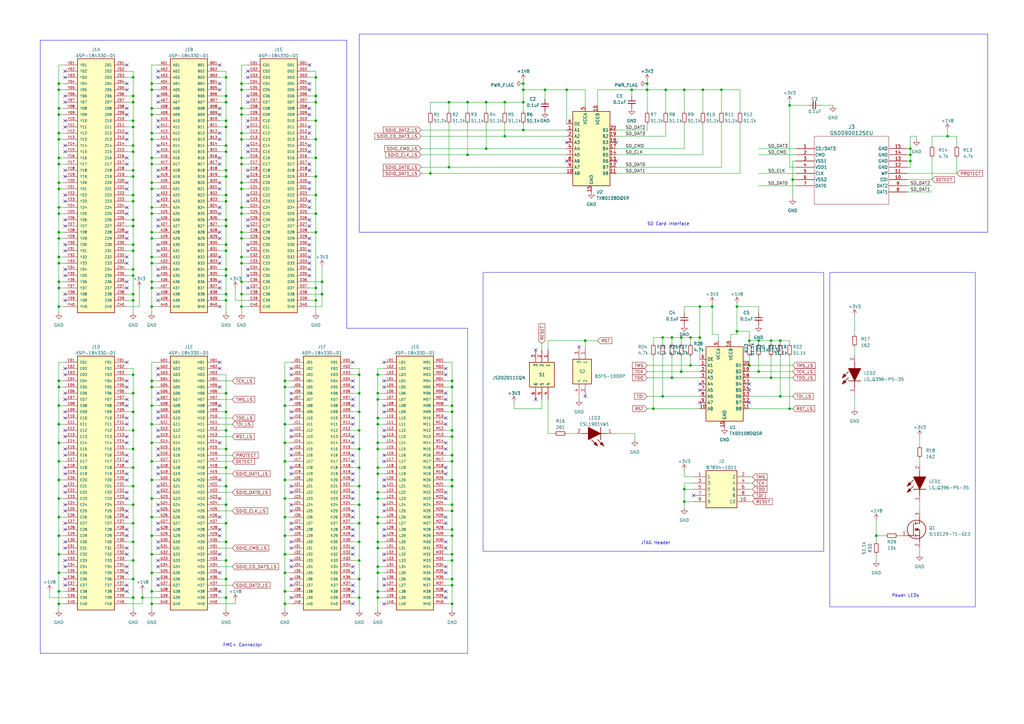
<source format=kicad_sch>
(kicad_sch (version 20230121) (generator eeschema)
  (paper "A3")
  (title_block (title "FMC+ Daughter Card: SD Card and JTAG Header") (date "2023-06-13") (rev "B") (company "CITSEM - Universidad Politécnica de Madrid") (comment 2 "Pedro J. Lobo") (comment 3 "Guillermo Izquierdo Juárez"))
  (junction (at 54.61 72.39))
  (junction (at 214.63 34.29))
  (junction (at 147.32 229.87))
  (junction (at 185.42 237.49))
  (junction (at 92.71 110.49))
  (junction (at 62.23 95.25))
  (junction (at 147.32 214.63))
  (junction (at 24.13 57.15))
  (junction (at 147.32 161.29))
  (junction (at 62.23 181.61))
  (junction (at 54.61 52.07))
  (junction (at 62.23 166.37))
  (junction (at 99.06 36.83))
  (junction (at 54.61 102.87))
  (junction (at 92.71 39.37))
  (junction (at 292.1 125.73))
  (junction (at 287.02 125.73))
  (junction (at 320.04 162.56))
  (junction (at 92.71 207.01))
  (junction (at 24.13 247.65))
  (junction (at 116.84 173.99))
  (junction (at 24.13 173.99))
  (junction (at 92.71 161.29))
  (junction (at 99.06 54.61))
  (junction (at 54.61 199.39))
  (junction (at 373.38 66.04))
  (junction (at 280.67 205.74))
  (junction (at 62.23 234.95))
  (junction (at 154.94 242.57))
  (junction (at 99.06 107.95))
  (junction (at 92.71 168.91))
  (junction (at 54.61 100.33))
  (junction (at 132.08 115.57))
  (junction (at 129.54 80.01))
  (junction (at 24.13 204.47))
  (junction (at 54.61 229.87))
  (junction (at 191.77 41.91))
  (junction (at 62.23 247.65))
  (junction (at 54.61 123.19))
  (junction (at 62.23 67.31))
  (junction (at 54.61 176.53))
  (junction (at 271.78 138.43))
  (junction (at 92.71 69.85))
  (junction (at 24.13 219.71))
  (junction (at 154.94 194.31))
  (junction (at 54.61 245.11))
  (junction (at 92.71 184.15))
  (junction (at 99.06 120.65))
  (junction (at 129.54 95.25))
  (junction (at 185.42 229.87))
  (junction (at 62.23 125.73))
  (junction (at 24.13 166.37))
  (junction (at 54.61 31.75))
  (junction (at 154.94 234.95))
  (junction (at 24.13 64.77))
  (junction (at 24.13 227.33))
  (junction (at 147.32 168.91))
  (junction (at 92.71 82.55))
  (junction (at 147.32 237.49))
  (junction (at 54.61 207.01))
  (junction (at 185.42 179.07))
  (junction (at 185.42 219.71))
  (junction (at 92.71 113.03))
  (junction (at 280.67 36.83))
  (junction (at 54.61 168.91))
  (junction (at 154.94 163.83))
  (junction (at 185.42 240.03))
  (junction (at 54.61 153.67))
  (junction (at 154.94 224.79))
  (junction (at 99.06 44.45))
  (junction (at 24.13 156.21))
  (junction (at 207.01 55.88))
  (junction (at 154.94 153.67))
  (junction (at 54.61 92.71))
  (junction (at 92.71 191.77))
  (junction (at 99.06 46.99))
  (junction (at 283.21 149.86))
  (junction (at 92.71 90.17))
  (junction (at 129.54 57.15))
  (junction (at 185.42 247.65))
  (junction (at 54.61 184.15))
  (junction (at 92.71 199.39))
  (junction (at 154.94 245.11))
  (junction (at 116.84 181.61))
  (junction (at 92.71 176.53))
  (junction (at 185.42 199.39))
  (junction (at 54.61 90.17))
  (junction (at 176.53 71.12))
  (junction (at 62.23 44.45))
  (junction (at 54.61 161.29))
  (junction (at 223.52 36.83))
  (junction (at 214.63 53.34))
  (junction (at 147.32 207.01))
  (junction (at 116.84 156.21))
  (junction (at 54.61 82.55))
  (junction (at 24.13 74.93))
  (junction (at 99.06 95.25))
  (junction (at 62.23 173.99))
  (junction (at 147.32 184.15))
  (junction (at 185.42 217.17))
  (junction (at 62.23 204.47))
  (junction (at 92.71 123.19))
  (junction (at 184.15 41.91))
  (junction (at 92.71 52.07))
  (junction (at 116.84 212.09))
  (junction (at 92.71 80.01))
  (junction (at 147.32 153.67))
  (junction (at 62.23 64.77))
  (junction (at 129.54 31.75))
  (junction (at 92.71 229.87))
  (junction (at 54.61 69.85))
  (junction (at 185.42 166.37))
  (junction (at 62.23 212.09))
  (junction (at 58.42 245.11))
  (junction (at 373.38 60.96))
  (junction (at 154.94 212.09))
  (junction (at 154.94 214.63))
  (junction (at 185.42 168.91))
  (junction (at 99.06 34.29))
  (junction (at 154.94 204.47))
  (junction (at 116.84 166.37))
  (junction (at 24.13 158.75))
  (junction (at 147.32 222.25))
  (junction (at 388.62 55.88))
  (junction (at 359.41 219.71))
  (junction (at 62.23 77.47))
  (junction (at 265.43 34.29))
  (junction (at 54.61 62.23))
  (junction (at 279.4 138.43))
  (junction (at 283.21 138.43))
  (junction (at 199.39 60.96))
  (junction (at 62.23 97.79))
  (junction (at 54.61 80.01))
  (junction (at 54.61 237.49))
  (junction (at 99.06 57.15))
  (junction (at 147.32 199.39))
  (junction (at 325.12 73.66))
  (junction (at 214.63 36.83))
  (junction (at 54.61 222.25))
  (junction (at 275.59 138.43))
  (junction (at 99.06 77.47))
  (junction (at 54.61 110.49))
  (junction (at 92.71 100.33))
  (junction (at 302.26 125.73))
  (junction (at 373.38 63.5))
  (junction (at 154.94 171.45))
  (junction (at 92.71 237.49))
  (junction (at 185.42 189.23))
  (junction (at 307.34 139.7))
  (junction (at 99.06 85.09))
  (junction (at 24.13 125.73))
  (junction (at 259.08 36.83))
  (junction (at 24.13 118.11))
  (junction (at 185.42 207.01))
  (junction (at 99.06 64.77))
  (junction (at 147.32 191.77))
  (junction (at 24.13 34.29))
  (junction (at 129.54 123.19))
  (junction (at 54.61 41.91))
  (junction (at 54.61 191.77))
  (junction (at 62.23 227.33))
  (junction (at 92.71 41.91))
  (junction (at 154.94 173.99))
  (junction (at 24.13 87.63))
  (junction (at 279.4 152.4))
  (junction (at 24.13 181.61))
  (junction (at 24.13 234.95))
  (junction (at 92.71 49.53))
  (junction (at 24.13 107.95))
  (junction (at 185.42 158.75))
  (junction (at 99.06 74.93))
  (junction (at 24.13 95.25))
  (junction (at 62.23 107.95))
  (junction (at 116.84 196.85))
  (junction (at 275.59 154.94))
  (junction (at 62.23 118.11))
  (junction (at 273.05 36.83))
  (junction (at 92.71 62.23))
  (junction (at 62.23 156.21))
  (junction (at 129.54 49.53))
  (junction (at 24.13 212.09))
  (junction (at 185.42 227.33))
  (junction (at 154.94 222.25))
  (junction (at 92.71 245.11))
  (junction (at 54.61 39.37))
  (junction (at 62.23 34.29))
  (junction (at 62.23 115.57))
  (junction (at 62.23 87.63))
  (junction (at 99.06 125.73))
  (junction (at 54.61 113.03))
  (junction (at 24.13 44.45))
  (junction (at 116.84 189.23))
  (junction (at 129.54 118.11))
  (junction (at 92.71 31.75))
  (junction (at 62.23 219.71))
  (junction (at 271.78 162.56))
  (junction (at 311.15 152.4))
  (junction (at 92.71 59.69))
  (junction (at 199.39 41.91))
  (junction (at 99.06 97.79))
  (junction (at 99.06 87.63))
  (junction (at 92.71 214.63))
  (junction (at 24.13 189.23))
  (junction (at 62.23 158.75))
  (junction (at 302.26 135.89))
  (junction (at 116.84 219.71))
  (junction (at 214.63 41.91))
  (junction (at 92.71 222.25))
  (junction (at 316.23 154.94))
  (junction (at 147.32 176.53))
  (junction (at 185.42 176.53))
  (junction (at 24.13 105.41))
  (junction (at 62.23 74.93))
  (junction (at 54.61 120.65))
  (junction (at 54.61 59.69))
  (junction (at 185.42 196.85))
  (junction (at 129.54 87.63))
  (junction (at 92.71 92.71))
  (junction (at 207.01 41.91))
  (junction (at 185.42 209.55))
  (junction (at 184.15 68.58))
  (junction (at 265.43 36.83))
  (junction (at 92.71 102.87))
  (junction (at 24.13 54.61))
  (junction (at 99.06 105.41))
  (junction (at 323.85 167.64))
  (junction (at 24.13 242.57))
  (junction (at 129.54 41.91))
  (junction (at 62.23 57.15))
  (junction (at 154.94 161.29))
  (junction (at 24.13 196.85))
  (junction (at 232.41 36.83))
  (junction (at 62.23 189.23))
  (junction (at 62.23 105.41))
  (junction (at 24.13 85.09))
  (junction (at 24.13 77.47))
  (junction (at 280.67 200.66))
  (junction (at 62.23 85.09))
  (junction (at 295.91 36.83))
  (junction (at 129.54 72.39))
  (junction (at 62.23 36.83))
  (junction (at 99.06 67.31))
  (junction (at 154.94 232.41))
  (junction (at 129.54 39.37))
  (junction (at 185.42 186.69))
  (junction (at 24.13 97.79))
  (junction (at 62.23 46.99))
  (junction (at 132.08 120.65))
  (junction (at 129.54 64.77))
  (junction (at 154.94 191.77))
  (junction (at 116.84 234.95))
  (junction (at 147.32 245.11))
  (junction (at 185.42 156.21))
  (junction (at 287.02 138.43))
  (junction (at 191.77 63.5))
  (junction (at 116.84 247.65))
  (junction (at 240.03 139.7))
  (junction (at 323.85 43.18))
  (junction (at 62.23 242.57))
  (junction (at 267.97 167.64))
  (junction (at 154.94 201.93))
  (junction (at 316.23 139.7))
  (junction (at 116.84 242.57))
  (junction (at 92.71 72.39))
  (junction (at 62.23 196.85))
  (junction (at 24.13 46.99))
  (junction (at 311.15 139.7))
  (junction (at 99.06 115.57))
  (junction (at 154.94 181.61))
  (junction (at 288.29 36.83))
  (junction (at 54.61 49.53))
  (junction (at 62.23 54.61))
  (junction (at 320.04 139.7))
  (junction (at 24.13 67.31))
  (junction (at 54.61 214.63))
  (junction (at 24.13 115.57))
  (junction (at 116.84 227.33))
  (junction (at 307.34 149.86))
  (junction (at 116.84 204.47))
  (junction (at 92.71 120.65))
  (junction (at 154.94 184.15))
  (junction (at 24.13 36.83))
  (junction (at 116.84 158.75))
  (no_connect (at 119.38 222.25))
  (no_connect (at 157.48 156.21))
  (no_connect (at 64.77 102.87))
  (no_connect (at 119.38 237.49))
  (no_connect (at 119.38 176.53))
  (no_connect (at 307.34 165.1))
  (no_connect (at 157.48 189.23))
  (no_connect (at 101.6 59.69))
  (no_connect (at 144.78 219.71))
  (no_connect (at 182.88 245.11))
  (no_connect (at 52.07 46.99))
  (no_connect (at 52.07 201.93))
  (no_connect (at 26.67 62.23))
  (no_connect (at 52.07 163.83))
  (no_connect (at 26.67 207.01))
  (no_connect (at 90.17 219.71))
  (no_connect (at 144.78 194.31))
  (no_connect (at 90.17 34.29))
  (no_connect (at 90.17 97.79))
  (no_connect (at 144.78 224.79))
  (no_connect (at 182.88 173.99))
  (no_connect (at 232.41 58.42))
  (no_connect (at 26.67 224.79))
  (no_connect (at 157.48 209.55))
  (no_connect (at 64.77 163.83))
  (no_connect (at 127 92.71))
  (no_connect (at 119.38 168.91))
  (no_connect (at 26.67 214.63))
  (no_connect (at 26.67 110.49))
  (no_connect (at 26.67 161.29))
  (no_connect (at 90.17 46.99))
  (no_connect (at 64.77 201.93))
  (no_connect (at 237.49 142.24))
  (no_connect (at 219.71 143.51))
  (no_connect (at 64.77 29.21))
  (no_connect (at 52.07 64.77))
  (no_connect (at 90.17 74.93))
  (no_connect (at 284.48 203.2))
  (no_connect (at 119.38 224.79))
  (no_connect (at 52.07 181.61))
  (no_connect (at 240.03 162.56))
  (no_connect (at 144.78 217.17))
  (no_connect (at 90.17 57.15))
  (no_connect (at 157.48 148.59))
  (no_connect (at 144.78 181.61))
  (no_connect (at 101.6 31.75))
  (no_connect (at 52.07 148.59))
  (no_connect (at 182.88 214.63))
  (no_connect (at 119.38 171.45))
  (no_connect (at 90.17 54.61))
  (no_connect (at 64.77 69.85))
  (no_connect (at 90.17 95.25))
  (no_connect (at 52.07 219.71))
  (no_connect (at 52.07 166.37))
  (no_connect (at 52.07 212.09))
  (no_connect (at 182.88 184.15))
  (no_connect (at 64.77 100.33))
  (no_connect (at 127 69.85))
  (no_connect (at 157.48 186.69))
  (no_connect (at 101.6 62.23))
  (no_connect (at 64.77 90.17))
  (no_connect (at 101.6 41.91))
  (no_connect (at 119.38 199.39))
  (no_connect (at 144.78 201.93))
  (no_connect (at 101.6 29.21))
  (no_connect (at 157.48 158.75))
  (no_connect (at 64.77 39.37))
  (no_connect (at 127 54.61))
  (no_connect (at 101.6 39.37))
  (no_connect (at 157.48 227.33))
  (no_connect (at 26.67 120.65))
  (no_connect (at 127 110.49))
  (no_connect (at 64.77 168.91))
  (no_connect (at 144.78 240.03))
  (no_connect (at 182.88 234.95))
  (no_connect (at 157.48 217.17))
  (no_connect (at 52.07 77.47))
  (no_connect (at 127 26.67))
  (no_connect (at 157.48 199.39))
  (no_connect (at 157.48 166.37))
  (no_connect (at 90.17 87.63))
  (no_connect (at 287.02 157.48))
  (no_connect (at 52.07 227.33))
  (no_connect (at 232.41 66.04))
  (no_connect (at 64.77 123.19))
  (no_connect (at 119.38 207.01))
  (no_connect (at 52.07 95.25))
  (no_connect (at 52.07 34.29))
  (no_connect (at 26.67 82.55))
  (no_connect (at 52.07 156.21))
  (no_connect (at 26.67 90.17))
  (no_connect (at 52.07 204.47))
  (no_connect (at 157.48 196.85))
  (no_connect (at 52.07 107.95))
  (no_connect (at 90.17 64.77))
  (no_connect (at 127 107.95))
  (no_connect (at 64.77 92.71))
  (no_connect (at 52.07 234.95))
  (no_connect (at 26.67 209.55))
  (no_connect (at 101.6 52.07))
  (no_connect (at 26.67 41.91))
  (no_connect (at 144.78 173.99))
  (no_connect (at 64.77 217.17))
  (no_connect (at 90.17 166.37))
  (no_connect (at 64.77 151.13))
  (no_connect (at 101.6 82.55))
  (no_connect (at 64.77 207.01))
  (no_connect (at 101.6 113.03))
  (no_connect (at 101.6 49.53))
  (no_connect (at 144.78 209.55))
  (no_connect (at 144.78 247.65))
  (no_connect (at 26.67 100.33))
  (no_connect (at 144.78 158.75))
  (no_connect (at 127 36.83))
  (no_connect (at 26.67 201.93))
  (no_connect (at 101.6 72.39))
  (no_connect (at 90.17 148.59))
  (no_connect (at 26.67 171.45))
  (no_connect (at 119.38 245.11))
  (no_connect (at 26.67 31.75))
  (no_connect (at 26.67 191.77))
  (no_connect (at 182.88 201.93))
  (no_connect (at 64.77 59.69))
  (no_connect (at 119.38 214.63))
  (no_connect (at 182.88 153.67))
  (no_connect (at 90.17 234.95))
  (no_connect (at 101.6 69.85))
  (no_connect (at 157.48 179.07))
  (no_connect (at 101.6 110.49))
  (no_connect (at 64.77 41.91))
  (no_connect (at 119.38 179.07))
  (no_connect (at 64.77 214.63))
  (no_connect (at 26.67 39.37))
  (no_connect (at 26.67 176.53))
  (no_connect (at 52.07 173.99))
  (no_connect (at 127 44.45))
  (no_connect (at 119.38 217.17))
  (no_connect (at 64.77 224.79))
  (no_connect (at 182.88 163.83))
  (no_connect (at 182.88 194.31))
  (no_connect (at 90.17 125.73))
  (no_connect (at 52.07 74.93))
  (no_connect (at 307.34 157.48))
  (no_connect (at 26.67 240.03))
  (no_connect (at 127 102.87))
  (no_connect (at 64.77 176.53))
  (no_connect (at 90.17 85.09))
  (no_connect (at 119.38 163.83))
  (no_connect (at 52.07 171.45))
  (no_connect (at 287.02 165.1))
  (no_connect (at 127 113.03))
  (no_connect (at 52.07 240.03))
  (no_connect (at 52.07 189.23))
  (no_connect (at 127 62.23))
  (no_connect (at 144.78 242.57))
  (no_connect (at 26.67 113.03))
  (no_connect (at 144.78 234.95))
  (no_connect (at 26.67 92.71))
  (no_connect (at 52.07 118.11))
  (no_connect (at 52.07 194.31))
  (no_connect (at 119.38 184.15))
  (no_connect (at 90.17 212.09))
  (no_connect (at 90.17 77.47))
  (no_connect (at 26.67 194.31))
  (no_connect (at 64.77 80.01))
  (no_connect (at 144.78 212.09))
  (no_connect (at 26.67 232.41))
  (no_connect (at 64.77 186.69))
  (no_connect (at 90.17 107.95))
  (no_connect (at 252.73 58.42))
  (no_connect (at 64.77 194.31))
  (no_connect (at 157.48 240.03))
  (no_connect (at 26.67 186.69))
  (no_connect (at 144.78 171.45))
  (no_connect (at 64.77 113.03))
  (no_connect (at 119.38 151.13))
  (no_connect (at 64.77 229.87))
  (no_connect (at 26.67 217.17))
  (no_connect (at 52.07 36.83))
  (no_connect (at 90.17 151.13))
  (no_connect (at 127 52.07))
  (no_connect (at 26.67 52.07))
  (no_connect (at 26.67 153.67))
  (no_connect (at 26.67 49.53))
  (no_connect (at 119.38 153.67))
  (no_connect (at 90.17 181.61))
  (no_connect (at 26.67 237.49))
  (no_connect (at 64.77 52.07))
  (no_connect (at 64.77 171.45))
  (no_connect (at 144.78 227.33))
  (no_connect (at 64.77 237.49))
  (no_connect (at 182.88 242.57))
  (no_connect (at 52.07 85.09))
  (no_connect (at 144.78 232.41))
  (no_connect (at 119.38 194.31))
  (no_connect (at 52.07 67.31))
  (no_connect (at 64.77 184.15))
  (no_connect (at 157.48 247.65))
  (no_connect (at 101.6 92.71))
  (no_connect (at 127 59.69))
  (no_connect (at 219.71 163.83))
  (no_connect (at 90.17 105.41))
  (no_connect (at 127 74.93))
  (no_connect (at 52.07 242.57))
  (no_connect (at 90.17 196.85))
  (no_connect (at 119.38 229.87))
  (no_connect (at 90.17 115.57))
  (no_connect (at 26.67 229.87))
  (no_connect (at 26.67 69.85))
  (no_connect (at 64.77 209.55))
  (no_connect (at 144.78 179.07))
  (no_connect (at 144.78 204.47))
  (no_connect (at 52.07 44.45))
  (no_connect (at 157.48 207.01))
  (no_connect (at 144.78 166.37))
  (no_connect (at 144.78 163.83))
  (no_connect (at 127 85.09))
  (no_connect (at 90.17 26.67))
  (no_connect (at 144.78 186.69))
  (no_connect (at 119.38 240.03))
  (no_connect (at 64.77 191.77))
  (no_connect (at 157.48 176.53))
  (no_connect (at 127 46.99))
  (no_connect (at 144.78 148.59))
  (no_connect (at 127 97.79))
  (no_connect (at 52.07 97.79))
  (no_connect (at 127 90.17))
  (no_connect (at 182.88 161.29))
  (no_connect (at 64.77 49.53))
  (no_connect (at 90.17 217.17))
  (no_connect (at 101.6 100.33))
  (no_connect (at 26.67 102.87))
  (no_connect (at 90.17 67.31))
  (no_connect (at 52.07 186.69))
  (no_connect (at 90.17 204.47))
  (no_connect (at 52.07 217.17))
  (no_connect (at 127 77.47))
  (no_connect (at 157.48 229.87))
  (no_connect (at 157.48 237.49))
  (no_connect (at 157.48 168.91))
  (no_connect (at 182.88 232.41))
  (no_connect (at 144.78 196.85))
  (no_connect (at 26.67 179.07))
  (no_connect (at 90.17 36.83))
  (no_connect (at 307.34 160.02))
  (no_connect (at 26.67 123.19))
  (no_connect (at 101.6 80.01))
  (no_connect (at 26.67 163.83))
  (no_connect (at 90.17 227.33))
  (no_connect (at 52.07 232.41))
  (no_connect (at 144.78 189.23))
  (no_connect (at 26.67 59.69))
  (no_connect (at 119.38 201.93))
  (no_connect (at 26.67 222.25))
  (no_connect (at 52.07 179.07))
  (no_connect (at 52.07 158.75))
  (no_connect (at 26.67 29.21))
  (no_connect (at 64.77 240.03))
  (no_connect (at 90.17 158.75))
  (no_connect (at 182.88 171.45))
  (no_connect (at 119.38 232.41))
  (no_connect (at 64.77 232.41))
  (no_connect (at 64.77 72.39))
  (no_connect (at 127 82.55))
  (no_connect (at 64.77 199.39))
  (no_connect (at 90.17 44.45))
  (no_connect (at 144.78 156.21))
  (no_connect (at 101.6 118.11))
  (no_connect (at 182.88 224.79))
  (no_connect (at 64.77 120.65))
  (no_connect (at 127 67.31))
  (no_connect (at 182.88 151.13))
  (no_connect (at 52.07 115.57))
  (no_connect (at 101.6 102.87))
  (no_connect (at 127 34.29))
  (no_connect (at 52.07 26.67))
  (no_connect (at 26.67 80.01))
  (no_connect (at 90.17 118.11))
  (no_connect (at 127 105.41))
  (no_connect (at 182.88 222.25))
  (no_connect (at 64.77 62.23))
  (no_connect (at 64.77 110.49))
  (no_connect (at 119.38 191.77))
  (no_connect (at 287.02 160.02))
  (no_connect (at 64.77 161.29))
  (no_connect (at 157.48 219.71))
  (no_connect (at 119.38 186.69))
  (no_connect (at 64.77 153.67))
  (no_connect (at 90.17 242.57))
  (no_connect (at 52.07 196.85))
  (no_connect (at 127 100.33))
  (no_connect (at 26.67 151.13))
  (no_connect (at 64.77 82.55))
  (no_connect (at 52.07 209.55))
  (no_connect (at 26.67 168.91))
  (no_connect (at 101.6 90.17))
  (no_connect (at 182.88 212.09))
  (no_connect (at 64.77 222.25))
  (no_connect (at 26.67 72.39))
  (no_connect (at 119.38 161.29))
  (no_connect (at 52.07 54.61))
  (no_connect (at 252.73 66.04))
  (no_connect (at 182.88 191.77))
  (no_connect (at 52.07 105.41))
  (no_connect (at 64.77 31.75))
  (no_connect (at 52.07 57.15))
  (no_connect (at 26.67 184.15))
  (no_connect (at 26.67 199.39))
  (no_connect (at 119.38 209.55))
  (no_connect (at 182.88 181.61))
  (no_connect (at 182.88 204.47))
  (no_connect (at 52.07 224.79))
  (no_connect (at 52.07 87.63))
  (no_connect (at 64.77 179.07))
  (wire (pts (xy 172.72 71.12) (xy 176.53 71.12)))
  (wire (pts (xy 280.67 36.83) (xy 280.67 45.72)))
  (wire (pts (xy 132.08 115.57) (xy 127 115.57)))
  (wire (pts (xy 62.23 247.65) (xy 64.77 247.65)))
  (wire (pts (xy 58.42 245.11) (xy 64.77 245.11)))
  (wire (pts (xy 64.77 26.67) (xy 62.23 26.67)))
  (wire (pts (xy 20.32 242.57) (xy 20.32 245.11)))
  (wire (pts (xy 92.71 184.15) (xy 92.71 176.53)))
  (wire (pts (xy 54.61 123.19) (xy 52.07 123.19)))
  (wire (pts (xy 90.17 29.21) (xy 92.71 29.21)))
  (wire (pts (xy 54.61 120.65) (xy 54.61 113.03)))
  (wire (pts (xy 99.06 34.29) (xy 101.6 34.29)))
  (wire (pts (xy 316.23 146.05) (xy 316.23 154.94)))
  (wire (pts (xy 223.52 36.83) (xy 223.52 40.64)))
  (wire (pts (xy 24.13 26.67) (xy 24.13 34.29)))
  (wire (pts (xy 185.42 237.49) (xy 182.88 237.49)))
  (wire (pts (xy 24.13 118.11) (xy 24.13 125.73)))
  (wire (pts (xy 129.54 95.25) (xy 129.54 118.11)))
  (wire (pts (xy 24.13 46.99) (xy 24.13 54.61)))
  (wire (pts (xy 54.61 161.29) (xy 52.07 161.29)))
  (wire (pts (xy 284.48 195.58) (xy 280.67 195.58)))
  (wire (pts (xy 267.97 138.43) (xy 271.78 138.43)))
  (wire (pts (xy 90.17 240.03) (xy 95.25 240.03)))
  (wire (pts (xy 54.61 184.15) (xy 54.61 176.53)))
  (wire (pts (xy 232.41 36.83) (xy 232.41 50.8)))
  (wire (pts (xy 119.38 181.61) (xy 116.84 181.61)))
  (wire (pts (xy 24.13 36.83) (xy 26.67 36.83)))
  (wire (pts (xy 325.12 66.04) (xy 325.12 73.66)))
  (wire (pts (xy 54.61 29.21) (xy 54.61 31.75)))
  (wire (pts (xy 62.23 105.41) (xy 62.23 107.95)))
  (wire (pts (xy 184.15 50.8) (xy 184.15 68.58)))
  (polyline (pts (xy 16.51 16.51) (xy 16.51 267.97)))
  (wire (pts (xy 62.23 67.31) (xy 62.23 74.93)))
  (wire (pts (xy 295.91 36.83) (xy 295.91 45.72)))
  (wire (pts (xy 24.13 77.47) (xy 24.13 85.09)))
  (wire (pts (xy 62.23 85.09) (xy 64.77 85.09)))
  (wire (pts (xy 62.23 74.93) (xy 64.77 74.93)))
  (wire (pts (xy 52.07 229.87) (xy 54.61 229.87)))
  (wire (pts (xy 372.11 78.74) (xy 382.27 78.74)))
  (wire (pts (xy 129.54 80.01) (xy 129.54 87.63)))
  (wire (pts (xy 295.91 36.83) (xy 303.53 36.83)))
  (wire (pts (xy 292.1 137.16) (xy 292.1 125.73)))
  (wire (pts (xy 341.63 43.18) (xy 336.55 43.18)))
  (wire (pts (xy 54.61 49.53) (xy 54.61 41.91)))
  (wire (pts (xy 54.61 207.01) (xy 54.61 199.39)))
  (wire (pts (xy 92.71 82.55) (xy 92.71 80.01)))
  (wire (pts (xy 184.15 68.58) (xy 232.41 68.58)))
  (wire (pts (xy 92.71 29.21) (xy 92.71 31.75)))
  (wire (pts (xy 54.61 90.17) (xy 54.61 82.55)))
  (wire (pts (xy 147.32 168.91) (xy 147.32 161.29)))
  (wire (pts (xy 99.06 105.41) (xy 101.6 105.41)))
  (wire (pts (xy 54.61 245.11) (xy 54.61 237.49)))
  (wire (pts (xy 116.84 204.47) (xy 116.84 196.85)))
  (wire (pts (xy 62.23 95.25) (xy 62.23 97.79)))
  (wire (pts (xy 62.23 115.57) (xy 62.23 118.11)))
  (wire (pts (xy 307.34 195.58) (xy 308.61 195.58)))
  (wire (pts (xy 185.42 189.23) (xy 182.88 189.23)))
  (wire (pts (xy 24.13 107.95) (xy 26.67 107.95)))
  (wire (pts (xy 54.61 199.39) (xy 54.61 191.77)))
  (wire (pts (xy 311.15 152.4) (xy 325.12 152.4)))
  (wire (pts (xy 92.71 120.65) (xy 92.71 113.03)))
  (wire (pts (xy 92.71 214.63) (xy 92.71 207.01)))
  (wire (pts (xy 99.06 67.31) (xy 99.06 74.93)))
  (wire (pts (xy 24.13 125.73) (xy 26.67 125.73)))
  (wire (pts (xy 127 87.63) (xy 129.54 87.63)))
  (wire (pts (xy 52.07 237.49) (xy 54.61 237.49)))
  (wire (pts (xy 99.06 107.95) (xy 101.6 107.95)))
  (wire (pts (xy 99.06 34.29) (xy 99.06 36.83)))
  (wire (pts (xy 280.67 205.74) (xy 280.67 200.66)))
  (wire (pts (xy 240.03 36.83) (xy 232.41 36.83)))
  (wire (pts (xy 323.85 43.18) (xy 331.47 43.18)))
  (wire (pts (xy 154.94 232.41) (xy 154.94 224.79)))
  (wire (pts (xy 185.42 240.03) (xy 185.42 247.65)))
  (wire (pts (xy 325.12 73.66) (xy 326.39 73.66)))
  (wire (pts (xy 154.94 212.09) (xy 154.94 204.47)))
  (wire (pts (xy 62.23 46.99) (xy 64.77 46.99)))
  (wire (pts (xy 119.38 219.71) (xy 116.84 219.71)))
  (wire (pts (xy 62.23 54.61) (xy 64.77 54.61)))
  (wire (pts (xy 147.32 199.39) (xy 147.32 191.77)))
  (wire (pts (xy 64.77 219.71) (xy 62.23 219.71)))
  (wire (pts (xy 129.54 29.21) (xy 129.54 31.75)))
  (wire (pts (xy 99.06 57.15) (xy 99.06 64.77)))
  (wire (pts (xy 116.84 247.65) (xy 116.84 250.19)))
  (wire (pts (xy 144.78 199.39) (xy 147.32 199.39)))
  (wire (pts (xy 307.34 149.86) (xy 325.12 149.86)))
  (wire (pts (xy 154.94 161.29) (xy 157.48 161.29)))
  (wire (pts (xy 127 125.73) (xy 132.08 125.73)))
  (wire (pts (xy 62.23 34.29) (xy 62.23 36.83)))
  (wire (pts (xy 64.77 189.23) (xy 62.23 189.23)))
  (wire (pts (xy 176.53 71.12) (xy 232.41 71.12)))
  (wire (pts (xy 154.94 181.61) (xy 157.48 181.61)))
  (wire (pts (xy 323.85 146.05) (xy 323.85 167.64)))
  (wire (pts (xy 373.38 60.96) (xy 373.38 63.5)))
  (wire (pts (xy 62.23 64.77) (xy 64.77 64.77)))
  (wire (pts (xy 24.13 156.21) (xy 26.67 156.21)))
  (wire (pts (xy 375.92 57.15) (xy 375.92 55.88)))
  (wire (pts (xy 24.13 242.57) (xy 24.13 234.95)))
  (wire (pts (xy 24.13 156.21) (xy 24.13 158.75)))
  (wire (pts (xy 172.72 63.5) (xy 191.77 63.5)))
  (wire (pts (xy 185.42 199.39) (xy 185.42 207.01)))
  (wire (pts (xy 323.85 68.58) (xy 323.85 43.18)))
  (wire (pts (xy 54.61 69.85) (xy 54.61 62.23)))
  (wire (pts (xy 92.71 62.23) (xy 92.71 59.69)))
  (wire (pts (xy 129.54 72.39) (xy 127 72.39)))
  (wire (pts (xy 271.78 162.56) (xy 287.02 162.56)))
  (wire (pts (xy 265.43 33.02) (xy 265.43 34.29)))
  (wire (pts (xy 323.85 139.7) (xy 320.04 139.7)))
  (wire (pts (xy 96.52 246.38) (xy 96.52 247.65)))
  (wire (pts (xy 92.71 52.07) (xy 92.71 49.53)))
  (wire (pts (xy 64.77 212.09) (xy 62.23 212.09)))
  (wire (pts (xy 52.07 245.11) (xy 54.61 245.11)))
  (wire (pts (xy 92.71 80.01) (xy 90.17 80.01)))
  (wire (pts (xy 279.4 140.97) (xy 279.4 138.43)))
  (wire (pts (xy 154.94 234.95) (xy 157.48 234.95)))
  (wire (pts (xy 54.61 39.37) (xy 52.07 39.37)))
  (wire (pts (xy 92.71 59.69) (xy 90.17 59.69)))
  (wire (pts (xy 99.06 54.61) (xy 99.06 57.15)))
  (wire (pts (xy 52.07 214.63) (xy 54.61 214.63)))
  (wire (pts (xy 24.13 212.09) (xy 24.13 204.47)))
  (wire (pts (xy 26.67 173.99) (xy 24.13 173.99)))
  (wire (pts (xy 90.17 168.91) (xy 92.71 168.91)))
  (wire (pts (xy 92.71 62.23) (xy 90.17 62.23)))
  (wire (pts (xy 377.19 205.74) (xy 377.19 209.55)))
  (wire (pts (xy 90.17 237.49) (xy 92.71 237.49)))
  (wire (pts (xy 372.11 76.2) (xy 382.27 76.2)))
  (wire (pts (xy 176.53 41.91) (xy 176.53 45.72)))
  (wire (pts (xy 99.06 77.47) (xy 99.06 85.09)))
  (wire (pts (xy 372.11 71.12) (xy 392.43 71.12)))
  (wire (pts (xy 144.78 222.25) (xy 147.32 222.25)))
  (wire (pts (xy 185.42 168.91) (xy 185.42 176.53)))
  (wire (pts (xy 62.23 87.63) (xy 64.77 87.63)))
  (wire (pts (xy 144.78 153.67) (xy 147.32 153.67)))
  (wire (pts (xy 62.23 36.83) (xy 62.23 44.45)))
  (wire (pts (xy 92.71 237.49) (xy 92.71 229.87)))
  (wire (pts (xy 303.53 50.8) (xy 303.53 71.12)))
  (wire (pts (xy 24.13 105.41) (xy 24.13 107.95)))
  (wire (pts (xy 62.23 87.63) (xy 62.23 95.25)))
  (wire (pts (xy 185.42 179.07) (xy 185.42 186.69)))
  (wire (pts (xy 127 118.11) (xy 129.54 118.11)))
  (wire (pts (xy 185.42 247.65) (xy 182.88 247.65)))
  (wire (pts (xy 154.94 242.57) (xy 154.94 234.95)))
  (wire (pts (xy 275.59 140.97) (xy 275.59 138.43)))
  (wire (pts (xy 62.23 57.15) (xy 64.77 57.15)))
  (wire (pts (xy 90.17 184.15) (xy 92.71 184.15)))
  (wire (pts (xy 154.94 171.45) (xy 157.48 171.45)))
  (wire (pts (xy 294.64 139.7) (xy 294.64 137.16)))
  (wire (pts (xy 392.43 55.88) (xy 392.43 59.69)))
  (wire (pts (xy 280.67 198.12) (xy 280.67 200.66)))
  (wire (pts (xy 24.13 247.65) (xy 24.13 250.19)))
  (wire (pts (xy 62.23 77.47) (xy 62.23 85.09)))
  (wire (pts (xy 207.01 41.91) (xy 207.01 45.72)))
  (wire (pts (xy 287.02 138.43) (xy 287.02 147.32)))
  (wire (pts (xy 92.71 110.49) (xy 92.71 102.87)))
  (wire (pts (xy 280.67 125.73) (xy 287.02 125.73)))
  (wire (pts (xy 307.34 139.7) (xy 307.34 135.89)))
  (wire (pts (xy 207.01 55.88) (xy 207.01 50.8)))
  (wire (pts (xy 359.41 219.71) (xy 363.22 219.71)))
  (wire (pts (xy 372.11 73.66) (xy 382.27 73.66)))
  (wire (pts (xy 185.42 158.75) (xy 185.42 166.37)))
  (wire (pts (xy 92.71 113.03) (xy 92.71 110.49)))
  (wire (pts (xy 90.17 229.87) (xy 92.71 229.87)))
  (wire (pts (xy 288.29 36.83) (xy 295.91 36.83)))
  (wire (pts (xy 144.78 237.49) (xy 147.32 237.49)))
  (wire (pts (xy 92.71 102.87) (xy 90.17 102.87)))
  (wire (pts (xy 267.97 167.64) (xy 287.02 167.64)))
  (wire (pts (xy 62.23 57.15) (xy 62.23 64.77)))
  (wire (pts (xy 275.59 138.43) (xy 279.4 138.43)))
  (wire (pts (xy 147.32 161.29) (xy 144.78 161.29)))
  (wire (pts (xy 252.73 71.12) (xy 303.53 71.12)))
  (wire (pts (xy 185.42 158.75) (xy 182.88 158.75)))
  (wire (pts (xy 154.94 173.99) (xy 157.48 173.99)))
  (wire (pts (xy 90.17 191.77) (xy 92.71 191.77)))
  (wire (pts (xy 154.94 194.31) (xy 154.94 191.77)))
  (wire (pts (xy 185.42 227.33) (xy 185.42 229.87)))
  (wire (pts (xy 280.67 128.27) (xy 280.67 125.73)))
  (wire (pts (xy 116.84 212.09) (xy 116.84 204.47)))
  (wire (pts (xy 316.23 139.7) (xy 320.04 139.7)))
  (wire (pts (xy 182.88 148.59) (xy 185.42 148.59)))
  (wire (pts (xy 320.04 146.05) (xy 320.04 162.56)))
  (wire (pts (xy 154.94 245.11) (xy 157.48 245.11)))
  (wire (pts (xy 24.13 34.29) (xy 24.13 36.83)))
  (wire (pts (xy 144.78 176.53) (xy 147.32 176.53)))
  (wire (pts (xy 129.54 41.91) (xy 127 41.91)))
  (wire (pts (xy 311.15 125.73) (xy 302.26 125.73)))
  (wire (pts (xy 147.32 191.77) (xy 147.32 184.15)))
  (wire (pts (xy 62.23 204.47) (xy 62.23 196.85)))
  (wire (pts (xy 199.39 45.72) (xy 199.39 41.91)))
  (wire (pts (xy 185.42 227.33) (xy 182.88 227.33)))
  (wire (pts (xy 54.61 151.13) (xy 54.61 153.67)))
  (wire (pts (xy 307.34 200.66) (xy 308.61 200.66)))
  (wire (pts (xy 26.67 148.59) (xy 24.13 148.59)))
  (wire (pts (xy 251.46 177.8) (xy 260.35 177.8)))
  (wire (pts (xy 62.23 74.93) (xy 62.23 77.47)))
  (wire (pts (xy 24.13 158.75) (xy 26.67 158.75)))
  (wire (pts (xy 52.07 191.77) (xy 54.61 191.77)))
  (wire (pts (xy 57.15 118.11) (xy 57.15 125.73)))
  (wire (pts (xy 129.54 57.15) (xy 129.54 64.77)))
  (wire (pts (xy 214.63 53.34) (xy 214.63 50.8)))
  (wire (pts (xy 92.71 168.91) (xy 92.71 161.29)))
  (wire (pts (xy 223.52 36.83) (xy 232.41 36.83)))
  (wire (pts (xy 144.78 168.91) (xy 147.32 168.91)))
  (wire (pts (xy 62.23 148.59) (xy 62.23 156.21)))
  (wire (pts (xy 311.15 146.05) (xy 311.15 152.4)))
  (wire (pts (xy 185.42 217.17) (xy 185.42 219.71)))
  (wire (pts (xy 62.23 234.95) (xy 62.23 227.33)))
  (wire (pts (xy 240.03 139.7) (xy 245.11 139.7)))
  (polyline (pts (xy 191.77 134.62) (xy 142.24 134.62)))
  (wire (pts (xy 99.06 44.45) (xy 101.6 44.45)))
  (wire (pts (xy 267.97 140.97) (xy 267.97 138.43)))
  (wire (pts (xy 99.06 125.73) (xy 99.06 128.27)))
  (wire (pts (xy 284.48 198.12) (xy 280.67 198.12)))
  (wire (pts (xy 185.42 217.17) (xy 182.88 217.17)))
  (wire (pts (xy 147.32 229.87) (xy 147.32 222.25)))
  (wire (pts (xy 373.38 66.04) (xy 372.11 66.04)))
  (wire (pts (xy 62.23 115.57) (xy 64.77 115.57)))
  (wire (pts (xy 90.17 222.25) (xy 92.71 222.25)))
  (wire (pts (xy 154.94 151.13) (xy 154.94 153.67)))
  (wire (pts (xy 24.13 64.77) (xy 24.13 67.31)))
  (wire (pts (xy 54.61 59.69) (xy 52.07 59.69)))
  (wire (pts (xy 99.06 54.61) (xy 101.6 54.61)))
  (wire (pts (xy 252.73 60.96) (xy 280.67 60.96)))
  (wire (pts (xy 210.82 165.1) (xy 210.82 167.64)))
  (wire (pts (xy 307.34 139.7) (xy 311.15 139.7)))
  (wire (pts (xy 185.42 229.87) (xy 185.42 237.49)))
  (wire (pts (xy 54.61 123.19) (xy 54.61 120.65)))
  (wire (pts (xy 252.73 63.5) (xy 288.29 63.5)))
  (wire (pts (xy 302.26 137.16) (xy 299.72 137.16)))
  (wire (pts (xy 392.43 64.77) (xy 392.43 71.12)))
  (wire (pts (xy 62.23 44.45) (xy 64.77 44.45)))
  (wire (pts (xy 62.23 95.25) (xy 64.77 95.25)))
  (wire (pts (xy 99.06 74.93) (xy 99.06 77.47)))
  (wire (pts (xy 311.15 60.96) (xy 326.39 60.96)))
  (wire (pts (xy 54.61 90.17) (xy 52.07 90.17)))
  (wire (pts (xy 99.06 77.47) (xy 101.6 77.47)))
  (wire (pts (xy 62.23 173.99) (xy 62.23 166.37)))
  (wire (pts (xy 92.71 191.77) (xy 92.71 184.15)))
  (wire (pts (xy 191.77 41.91) (xy 199.39 41.91)))
  (wire (pts (xy 99.06 97.79) (xy 101.6 97.79)))
  (wire (pts (xy 99.06 46.99) (xy 99.06 54.61)))
  (wire (pts (xy 265.43 50.8) (xy 265.43 53.34)))
  (wire (pts (xy 52.07 222.25) (xy 54.61 222.25)))
  (wire (pts (xy 62.23 34.29) (xy 64.77 34.29)))
  (wire (pts (xy 96.52 247.65) (xy 90.17 247.65)))
  (wire (pts (xy 24.13 166.37) (xy 24.13 158.75)))
  (wire (pts (xy 92.71 102.87) (xy 92.71 100.33)))
  (wire (pts (xy 92.71 39.37) (xy 90.17 39.37)))
  (wire (pts (xy 54.61 153.67) (xy 54.61 161.29)))
  (wire (pts (xy 101.6 26.67) (xy 99.06 26.67)))
  (wire (pts (xy 26.67 212.09) (xy 24.13 212.09)))
  (wire (pts (xy 260.35 177.8) (xy 260.35 180.34)))
  (wire (pts (xy 245.11 36.83) (xy 259.08 36.83)))
  (wire (pts (xy 99.06 115.57) (xy 99.06 120.65)))
  (wire (pts (xy 62.23 26.67) (xy 62.23 34.29)))
  (wire (pts (xy 24.13 97.79) (xy 24.13 105.41)))
  (wire (pts (xy 116.84 181.61) (xy 116.84 173.99)))
  (wire (pts (xy 307.34 154.94) (xy 316.23 154.94)))
  (wire (pts (xy 144.78 184.15) (xy 147.32 184.15)))
  (wire (pts (xy 283.21 138.43) (xy 287.02 138.43)))
  (wire (pts (xy 54.61 52.07) (xy 52.07 52.07)))
  (wire (pts (xy 129.54 118.11) (xy 129.54 123.19)))
  (wire (pts (xy 132.08 109.22) (xy 132.08 115.57)))
  (wire (pts (xy 62.23 118.11) (xy 64.77 118.11)))
  (wire (pts (xy 223.52 36.83) (xy 214.63 36.83)))
  (wire (pts (xy 54.61 82.55) (xy 54.61 80.01)))
  (wire (pts (xy 382.27 55.88) (xy 388.62 55.88)))
  (wire (pts (xy 316.23 139.7) (xy 311.15 139.7)))
  (wire (pts (xy 26.67 166.37) (xy 24.13 166.37)))
  (wire (pts (xy 116.84 166.37) (xy 116.84 158.75)))
  (wire (pts (xy 54.61 102.87) (xy 52.07 102.87)))
  (wire (pts (xy 316.23 140.97) (xy 316.23 139.7)))
  (wire (pts (xy 99.06 57.15) (xy 101.6 57.15)))
  (wire (pts (xy 119.38 173.99) (xy 116.84 173.99)))
  (wire (pts (xy 129.54 123.19) (xy 127 123.19)))
  (wire (pts (xy 127 64.77) (xy 129.54 64.77)))
  (wire (pts (xy 90.17 232.41) (xy 95.25 232.41)))
  (wire (pts (xy 24.13 242.57) (xy 24.13 247.65)))
  (wire (pts (xy 99.06 87.63) (xy 101.6 87.63)))
  (wire (pts (xy 92.71 229.87) (xy 92.71 222.25)))
  (wire (pts (xy 214.63 36.83) (xy 214.63 41.91)))
  (wire (pts (xy 57.15 125.73) (xy 52.07 125.73)))
  (wire (pts (xy 185.42 196.85) (xy 185.42 199.39)))
  (wire (pts (xy 52.07 207.01) (xy 54.61 207.01)))
  (wire (pts (xy 62.23 196.85) (xy 62.23 189.23)))
  (wire (pts (xy 58.42 247.65) (xy 58.42 245.11)))
  (wire (pts (xy 154.94 224.79) (xy 157.48 224.79)))
  (wire (pts (xy 311.15 128.27) (xy 311.15 125.73)))
  (wire (pts (xy 99.06 85.09) (xy 101.6 85.09)))
  (wire (pts (xy 214.63 41.91) (xy 214.63 45.72)))
  (wire (pts (xy 185.42 207.01) (xy 182.88 207.01)))
  (wire (pts (xy 24.13 46.99) (xy 26.67 46.99)))
  (wire (pts (xy 26.67 189.23) (xy 24.13 189.23)))
  (wire (pts (xy 62.23 156.21) (xy 64.77 156.21)))
  (wire (pts (xy 129.54 49.53) (xy 127 49.53)))
  (wire (pts (xy 147.32 176.53) (xy 147.32 168.91)))
  (wire (pts (xy 62.23 158.75) (xy 64.77 158.75)))
  (wire (pts (xy 147.32 237.49) (xy 147.32 229.87)))
  (wire (pts (xy 24.13 118.11) (xy 26.67 118.11)))
  (wire (pts (xy 119.38 189.23) (xy 116.84 189.23)))
  (wire (pts (xy 176.53 41.91) (xy 184.15 41.91)))
  (wire (pts (xy 147.32 245.11) (xy 147.32 250.19)))
  (wire (pts (xy 92.71 100.33) (xy 90.17 100.33)))
  (wire (pts (xy 54.61 41.91) (xy 52.07 41.91)))
  (wire (pts (xy 287.02 125.73) (xy 287.02 138.43)))
  (wire (pts (xy 129.54 64.77) (xy 129.54 72.39)))
  (wire (pts (xy 64.77 242.57) (xy 62.23 242.57)))
  (wire (pts (xy 172.72 68.58) (xy 184.15 68.58)))
  (wire (pts (xy 199.39 41.91) (xy 207.01 41.91)))
  (wire (pts (xy 265.43 154.94) (xy 275.59 154.94)))
  (wire (pts (xy 64.77 166.37) (xy 62.23 166.37)))
  (wire (pts (xy 92.71 92.71) (xy 90.17 92.71)))
  (wire (pts (xy 359.41 219.71) (xy 359.41 222.25)))
  (polyline (pts (xy 16.51 267.97) (xy 191.77 267.97)))
  (wire (pts (xy 99.06 120.65) (xy 99.06 125.73)))
  (wire (pts (xy 24.13 247.65) (xy 26.67 247.65)))
  (wire (pts (xy 299.72 137.16) (xy 299.72 139.7)))
  (wire (pts (xy 26.67 26.67) (xy 24.13 26.67)))
  (wire (pts (xy 307.34 167.64) (xy 323.85 167.64)))
  (wire (pts (xy 154.94 232.41) (xy 157.48 232.41)))
  (wire (pts (xy 92.71 207.01) (xy 92.71 199.39)))
  (wire (pts (xy 92.71 82.55) (xy 90.17 82.55)))
  (wire (pts (xy 184.15 45.72) (xy 184.15 41.91)))
  (wire (pts (xy 64.77 204.47) (xy 62.23 204.47)))
  (wire (pts (xy 54.61 82.55) (xy 52.07 82.55)))
  (wire (pts (xy 92.71 41.91) (xy 92.71 39.37)))
  (wire (pts (xy 129.54 49.53) (xy 129.54 41.91)))
  (wire (pts (xy 382.27 73.66) (xy 382.27 64.77)))
  (wire (pts (xy 24.13 189.23) (xy 24.13 181.61)))
  (wire (pts (xy 92.71 245.11) (xy 92.71 237.49)))
  (wire (pts (xy 311.15 76.2) (xy 326.39 76.2)))
  (wire (pts (xy 288.29 50.8) (xy 288.29 63.5)))
  (wire (pts (xy 154.94 214.63) (xy 154.94 212.09)))
  (wire (pts (xy 265.43 149.86) (xy 283.21 149.86)))
  (wire (pts (xy 116.84 148.59) (xy 116.84 156.21)))
  (wire (pts (xy 185.42 229.87) (xy 182.88 229.87)))
  (wire (pts (xy 90.17 186.69) (xy 95.25 186.69)))
  (wire (pts (xy 147.32 207.01) (xy 147.32 199.39)))
  (wire (pts (xy 99.06 67.31) (xy 101.6 67.31)))
  (wire (pts (xy 224.79 177.8) (xy 227.33 177.8)))
  (wire (pts (xy 54.61 92.71) (xy 52.07 92.71)))
  (wire (pts (xy 252.73 55.88) (xy 273.05 55.88)))
  (wire (pts (xy 54.61 39.37) (xy 54.61 31.75)))
  (wire (pts (xy 237.49 162.56) (xy 237.49 163.83)))
  (wire (pts (xy 185.42 207.01) (xy 185.42 209.55)))
  (wire (pts (xy 62.23 64.77) (xy 62.23 67.31)))
  (wire (pts (xy 24.13 107.95) (xy 24.13 115.57)))
  (wire (pts (xy 101.6 123.19) (xy 96.52 123.19)))
  (wire (pts (xy 154.94 171.45) (xy 154.94 163.83)))
  (wire (pts (xy 129.54 87.63) (xy 129.54 95.25)))
  (wire (pts (xy 24.13 87.63) (xy 26.67 87.63)))
  (wire (pts (xy 240.03 139.7) (xy 240.03 142.24)))
  (wire (pts (xy 388.62 55.88) (xy 392.43 55.88)))
  (wire (pts (xy 92.71 123.19) (xy 92.71 128.27)))
  (wire (pts (xy 54.61 168.91) (xy 54.61 161.29)))
  (wire (pts (xy 119.38 166.37) (xy 116.84 166.37)))
  (wire (pts (xy 224.79 139.7) (xy 240.03 139.7)))
  (wire (pts (xy 24.13 34.29) (xy 26.67 34.29)))
  (wire (pts (xy 147.32 151.13) (xy 147.32 153.67)))
  (wire (pts (xy 54.61 176.53) (xy 54.61 168.91)))
  (wire (pts (xy 52.07 247.65) (xy 58.42 247.65)))
  (wire (pts (xy 154.94 153.67) (xy 157.48 153.67)))
  (wire (pts (xy 172.72 60.96) (xy 199.39 60.96)))
  (wire (pts (xy 275.59 146.05) (xy 275.59 154.94)))
  (wire (pts (xy 350.52 142.24) (xy 350.52 146.05)))
  (wire (pts (xy 154.94 222.25) (xy 154.94 214.63)))
  (wire (pts (xy 154.94 204.47) (xy 157.48 204.47)))
  (wire (pts (xy 54.61 214.63) (xy 54.61 207.01)))
  (wire (pts (xy 24.13 115.57) (xy 24.13 118.11)))
  (wire (pts (xy 280.67 50.8) (xy 280.67 60.96)))
  (wire (pts (xy 92.71 69.85) (xy 90.17 69.85)))
  (wire (pts (xy 210.82 167.64) (xy 222.25 167.64)))
  (wire (pts (xy 54.61 72.39) (xy 52.07 72.39)))
  (wire (pts (xy 26.67 204.47) (xy 24.13 204.47)))
  (wire (pts (xy 52.07 29.21) (xy 54.61 29.21)))
  (wire (pts (xy 92.71 123.19) (xy 90.17 123.19)))
  (wire (pts (xy 24.13 36.83) (xy 24.13 44.45)))
  (wire (pts (xy 92.71 72.39) (xy 92.71 69.85)))
  (wire (pts (xy 320.04 140.97) (xy 320.04 139.7)))
  (wire (pts (xy 62.23 105.41) (xy 64.77 105.41)))
  (wire (pts (xy 92.71 120.65) (xy 90.17 120.65)))
  (wire (pts (xy 199.39 50.8) (xy 199.39 60.96)))
  (wire (pts (xy 307.34 140.97) (xy 307.34 139.7)))
  (wire (pts (xy 90.17 207.01) (xy 92.71 207.01)))
  (wire (pts (xy 157.48 151.13) (xy 154.94 151.13)))
  (wire (pts (xy 99.06 125.73) (xy 101.6 125.73)))
  (wire (pts (xy 154.94 245.11) (xy 154.94 250.19)))
  (wire (pts (xy 224.79 163.83) (xy 224.79 177.8)))
  (wire (pts (xy 24.13 97.79) (xy 26.67 97.79)))
  (wire (pts (xy 24.13 125.73) (xy 24.13 128.27)))
  (wire (pts (xy 147.32 214.63) (xy 147.32 207.01)))
  (wire (pts (xy 154.94 181.61) (xy 154.94 173.99)))
  (wire (pts (xy 129.54 39.37) (xy 127 39.37)))
  (wire (pts (xy 373.38 63.5) (xy 373.38 66.04)))
  (wire (pts (xy 90.17 173.99) (xy 95.25 173.99)))
  (wire (pts (xy 350.52 161.29) (xy 350.52 167.64)))
  (wire (pts (xy 154.94 201.93) (xy 154.94 194.31)))
  (wire (pts (xy 154.94 201.93) (xy 157.48 201.93)))
  (wire (pts (xy 90.17 224.79) (xy 95.25 224.79)))
  (wire (pts (xy 24.13 234.95) (xy 24.13 227.33)))
  (wire (pts (xy 185.42 209.55) (xy 185.42 217.17)))
  (wire (pts (xy 24.13 181.61) (xy 24.13 173.99)))
  (wire (pts (xy 375.92 55.88) (xy 373.38 55.88)))
  (wire (pts (xy 54.61 120.65) (xy 52.07 120.65)))
  (wire (pts (xy 326.39 68.58) (xy 323.85 68.58)))
  (wire (pts (xy 24.13 196.85) (xy 24.13 189.23)))
  (wire (pts (xy 24.13 77.47) (xy 26.67 77.47)))
  (wire (pts (xy 245.11 43.18) (xy 245.11 36.83)))
  (wire (pts (xy 185.42 176.53) (xy 182.88 176.53)))
  (wire (pts (xy 368.3 219.71) (xy 369.57 219.71)))
  (wire (pts (xy 52.07 176.53) (xy 54.61 176.53)))
  (wire (pts (xy 62.23 125.73) (xy 64.77 125.73)))
  (wire (pts (xy 232.41 63.5) (xy 191.77 63.5)))
  (wire (pts (xy 24.13 85.09) (xy 24.13 87.63)))
  (wire (pts (xy 302.26 124.46) (xy 302.26 125.73)))
  (wire (pts (xy 90.17 201.93) (xy 95.25 201.93)))
  (wire (pts (xy 99.06 44.45) (xy 99.06 46.99)))
  (wire (pts (xy 90.17 199.39) (xy 92.71 199.39)))
  (wire (pts (xy 373.38 68.58) (xy 373.38 66.04)))
  (wire (pts (xy 279.4 152.4) (xy 287.02 152.4)))
  (wire (pts (xy 26.67 245.11) (xy 20.32 245.11)))
  (wire (pts (xy 116.84 156.21) (xy 116.84 158.75)))
  (wire (pts (xy 311.15 140.97) (xy 311.15 139.7)))
  (wire (pts (xy 222.25 140.97) (xy 222.25 143.51)))
  (wire (pts (xy 265.43 36.83) (xy 273.05 36.83)))
  (wire (pts (xy 90.17 194.31) (xy 95.25 194.31)))
  (wire (pts (xy 308.61 205.74) (xy 307.34 205.74)))
  (wire (pts (xy 24.13 44.45) (xy 26.67 44.45)))
  (wire (pts (xy 116.84 189.23) (xy 116.84 181.61)))
  (wire (pts (xy 99.06 107.95) (xy 99.06 115.57)))
  (wire (pts (xy 127 120.65) (xy 132.08 120.65)))
  (wire (pts (xy 92.71 90.17) (xy 90.17 90.17)))
  (wire (pts (xy 265.43 167.64) (xy 267.97 167.64)))
  (wire (pts (xy 54.61 59.69) (xy 54.61 52.07)))
  (wire (pts (xy 64.77 234.95) (xy 62.23 234.95)))
  (wire (pts (xy 382.27 55.88) (xy 382.27 59.69)))
  (wire (pts (xy 92.71 41.91) (xy 90.17 41.91)))
  (wire (pts (xy 154.94 242.57) (xy 157.48 242.57)))
  (wire (pts (xy 54.61 92.71) (xy 54.61 90.17)))
  (wire (pts (xy 62.23 227.33) (xy 62.23 219.71)))
  (wire (pts (xy 320.04 162.56) (xy 325.12 162.56)))
  (wire (pts (xy 283.21 140.97) (xy 283.21 138.43)))
  (wire (pts (xy 26.67 227.33) (xy 24.13 227.33)))
  (wire (pts (xy 129.54 41.91) (xy 129.54 39.37)))
  (wire (pts (xy 52.07 199.39) (xy 54.61 199.39)))
  (wire (pts (xy 144.78 151.13) (xy 147.32 151.13)))
  (wire (pts (xy 185.42 176.53) (xy 185.42 179.07)))
  (wire (pts (xy 62.23 118.11) (xy 62.23 125.73)))
  (wire (pts (xy 62.23 125.73) (xy 62.23 128.27)))
  (wire (pts (xy 24.13 105.41) (xy 26.67 105.41)))
  (wire (pts (xy 92.71 222.25) (xy 92.71 214.63)))
  (wire (pts (xy 62.23 247.65) (xy 62.23 250.19)))
  (wire (pts (xy 377.19 179.07) (xy 377.19 182.88)))
  (wire (pts (xy 325.12 81.28) (xy 325.12 73.66)))
  (wire (pts (xy 147.32 222.25) (xy 147.32 214.63)))
  (wire (pts (xy 64.77 196.85) (xy 62.23 196.85)))
  (wire (pts (xy 172.72 55.88) (xy 207.01 55.88)))
  (wire (pts (xy 377.19 187.96) (xy 377.19 190.5)))
  (wire (pts (xy 154.94 234.95) (xy 154.94 232.41)))
  (wire (pts (xy 24.13 67.31) (xy 24.13 74.93)))
  (wire (pts (xy 372.11 68.58) (xy 373.38 68.58)))
  (wire (pts (xy 116.84 227.33) (xy 116.84 219.71)))
  (wire (pts (xy 323.85 41.91) (xy 323.85 43.18)))
  (wire (pts (xy 64.77 173.99) (xy 62.23 173.99)))
  (wire (pts (xy 92.71 110.49) (xy 90.17 110.49)))
  (wire (pts (xy 184.15 41.91) (xy 191.77 41.91)))
  (wire (pts (xy 62.23 107.95) (xy 62.23 115.57)))
  (wire (pts (xy 62.23 166.37) (xy 62.23 158.75)))
  (wire (pts (xy 144.78 229.87) (xy 147.32 229.87)))
  (wire (pts (xy 154.94 212.09) (xy 157.48 212.09)))
  (wire (pts (xy 54.61 100.33) (xy 54.61 92.71)))
  (wire (pts (xy 283.21 149.86) (xy 287.02 149.86)))
  (wire (pts (xy 129.54 31.75) (xy 127 31.75)))
  (wire (pts (xy 62.23 242.57) (xy 62.23 247.65)))
  (wire (pts (xy 54.61 72.39) (xy 54.61 69.85)))
  (wire (pts (xy 54.61 80.01) (xy 54.61 72.39)))
  (wire (pts (xy 92.71 39.37) (xy 92.71 31.75)))
  (wire (pts (xy 24.13 44.45) (xy 24.13 46.99)))
  (wire (pts (xy 24.13 85.09) (xy 26.67 85.09)))
  (wire (pts (xy 154.94 224.79) (xy 154.94 222.25)))
  (wire (pts (xy 92.71 153.67) (xy 92.71 161.29)))
  (wire (pts (xy 147.32 153.67) (xy 147.32 161.29)))
  (wire (pts (xy 90.17 156.21) (xy 95.25 156.21)))
  (wire (pts (xy 283.21 146.05) (xy 283.21 149.86)))
  (wire (pts (xy 265.43 162.56) (xy 271.78 162.56)))
  (wire (pts (xy 185.42 237.49) (xy 185.42 240.03)))
  (wire (pts (xy 224.79 139.7) (xy 224.79 143.51)))
  (wire (pts (xy 154.94 214.63) (xy 157.48 214.63)))
  (wire (pts (xy 92.71 92.71) (xy 92.71 90.17)))
  (wire (pts (xy 54.61 69.85) (xy 52.07 69.85)))
  (wire (pts (xy 92.71 90.17) (xy 92.71 82.55)))
  (wire (pts (xy 90.17 179.07) (xy 95.25 179.07)))
  (wire (pts (xy 308.61 203.2) (xy 307.34 203.2)))
  (wire (pts (xy 62.23 219.71) (xy 62.23 212.09)))
  (wire (pts (xy 54.61 110.49) (xy 52.07 110.49)))
  (wire (pts (xy 279.4 146.05) (xy 279.4 152.4)))
  (wire (pts (xy 90.17 153.67) (xy 92.71 153.67)))
  (wire (pts (xy 54.61 110.49) (xy 54.61 102.87)))
  (wire (pts (xy 92.71 100.33) (xy 92.71 92.71)))
  (wire (pts (xy 99.06 46.99) (xy 101.6 46.99)))
  (wire (pts (xy 24.13 64.77) (xy 26.67 64.77)))
  (wire (pts (xy 92.71 49.53) (xy 90.17 49.53)))
  (wire (pts (xy 284.48 205.74) (xy 280.67 205.74)))
  (wire (pts (xy 154.94 191.77) (xy 154.94 184.15)))
  (wire (pts (xy 372.11 63.5) (xy 373.38 63.5)))
  (wire (pts (xy 24.13 95.25) (xy 24.13 97.79)))
  (wire (pts (xy 294.64 137.16) (xy 292.1 137.16)))
  (wire (pts (xy 26.67 242.57) (xy 24.13 242.57)))
  (wire (pts (xy 191.77 41.91) (xy 191.77 45.72)))
  (wire (pts (xy 116.84 234.95) (xy 116.84 227.33)))
  (wire (pts (xy 92.71 176.53) (xy 92.71 168.91)))
  (wire (pts (xy 24.13 74.93) (xy 26.67 74.93)))
  (wire (pts (xy 62.23 77.47) (xy 64.77 77.47)))
  (wire (pts (xy 280.67 205.74) (xy 280.67 208.28)))
  (wire (pts (xy 222.25 163.83) (xy 222.25 167.64)))
  (wire (pts (xy 232.41 55.88) (xy 207.01 55.88)))
  (wire (pts (xy 185.42 219.71) (xy 182.88 219.71)))
  (wire (pts (xy 92.71 72.39) (xy 90.17 72.39)))
  (wire (pts (xy 275.59 154.94) (xy 287.02 154.94)))
  (wire (pts (xy 287.02 125.73) (xy 292.1 125.73)))
  (wire (pts (xy 154.94 222.25) (xy 157.48 222.25)))
  (wire (pts (xy 24.13 54.61) (xy 24.13 57.15)))
  (wire (pts (xy 154.94 191.77) (xy 157.48 191.77)))
  (wire (pts (xy 307.34 146.05) (xy 307.34 149.86)))
  (wire (pts (xy 99.06 36.83) (xy 99.06 44.45)))
  (wire (pts (xy 116.84 196.85) (xy 116.84 189.23)))
  (wire (pts (xy 185.42 196.85) (xy 182.88 196.85)))
  (wire (pts (xy 64.77 181.61) (xy 62.23 181.61)))
  (polyline (pts (xy 142.24 16.51) (xy 16.51 16.51)))
  (wire (pts (xy 154.94 163.83) (xy 154.94 161.29)))
  (wire (pts (xy 54.61 229.87) (xy 54.61 222.25)))
  (wire (pts (xy 62.23 242.57) (xy 62.23 234.95)))
  (wire (pts (xy 92.71 52.07) (xy 90.17 52.07)))
  (wire (pts (xy 259.08 36.83) (xy 259.08 39.37)))
  (wire (pts (xy 24.13 227.33) (xy 24.13 219.71)))
  (wire (pts (xy 99.06 120.65) (xy 101.6 120.65)))
  (wire (pts (xy 232.41 60.96) (xy 199.39 60.96)))
  (wire (pts (xy 24.13 95.25) (xy 26.67 95.25)))
  (wire (pts (xy 185.42 168.91) (xy 182.88 168.91)))
  (wire (pts (xy 62.23 46.99) (xy 62.23 54.61)))
  (wire (pts (xy 92.71 161.29) (xy 90.17 161.29)))
  (wire (pts (xy 252.73 68.58) (xy 295.91 68.58)))
  (wire (pts (xy 96.52 123.19) (xy 96.52 118.11)))
  (wire (pts (xy 176.53 50.8) (xy 176.53 71.12)))
  (wire (pts (xy 185.42 240.03) (xy 182.88 240.03)))
  (wire (pts (xy 240.03 43.18) (xy 240.03 36.83)))
  (wire (pts (xy 311.15 71.12) (xy 326.39 71.12)))
  (wire (pts (xy 54.61 102.87) (xy 54.61 100.33)))
  (wire (pts (xy 323.85 140.97) (xy 323.85 139.7)))
  (wire (pts (xy 116.84 156.21) (xy 119.38 156.21)))
  (wire (pts (xy 119.38 148.59) (xy 116.84 148.59)))
  (wire (pts (xy 99.06 95.25) (xy 101.6 95.25)))
  (wire (pts (xy 99.06 95.25) (xy 99.06 97.79)))
  (wire (pts (xy 54.61 49.53) (xy 52.07 49.53)))
  (wire (pts (xy 154.94 184.15) (xy 157.48 184.15)))
  (wire (pts (xy 62.23 85.09) (xy 62.23 87.63)))
  (wire (pts (xy 271.78 140.97) (xy 271.78 138.43)))
  (wire (pts (xy 280.67 36.83) (xy 288.29 36.83)))
  (wire (pts (xy 99.06 105.41) (xy 99.06 107.95)))
  (wire (pts (xy 185.42 189.23) (xy 185.42 196.85)))
  (wire (pts (xy 273.05 36.83) (xy 273.05 45.72)))
  (wire (pts (xy 144.78 245.11) (xy 147.32 245.11)))
  (wire (pts (xy 127 57.15) (xy 129.54 57.15)))
  (wire (pts (xy 214.63 34.29) (xy 214.63 36.83)))
  (wire (pts (xy 92.71 245.11) (xy 92.71 250.19)))
  (wire (pts (xy 129.54 49.53) (xy 129.54 57.15)))
  (wire (pts (xy 62.23 107.95) (xy 64.77 107.95)))
  (polyline (pts (xy 142.24 134.62) (xy 142.24 16.51)))
  (wire (pts (xy 54.61 62.23) (xy 52.07 62.23)))
  (wire (pts (xy 129.54 80.01) (xy 129.54 72.39)))
  (wire (pts (xy 99.06 115.57) (xy 101.6 115.57)))
  (wire (pts (xy 92.71 49.53) (xy 92.71 41.91)))
  (wire (pts (xy 302.26 135.89) (xy 302.26 137.16)))
  (wire (pts (xy 147.32 184.15) (xy 147.32 176.53)))
  (wire (pts (xy 54.61 41.91) (xy 54.61 39.37)))
  (wire (pts (xy 119.38 204.47) (xy 116.84 204.47)))
  (wire (pts (xy 24.13 173.99) (xy 24.13 166.37)))
  (wire (pts (xy 265.43 152.4) (xy 279.4 152.4)))
  (wire (pts (xy 26.67 219.71) (xy 24.13 219.71)))
  (wire (pts (xy 185.42 209.55) (xy 182.88 209.55)))
  (wire (pts (xy 185.42 156.21) (xy 182.88 156.21)))
  (wire (pts (xy 265.43 36.83) (xy 265.43 45.72)))
  (wire (pts (xy 372.11 60.96) (xy 373.38 60.96)))
  (wire (pts (xy 232.41 177.8) (xy 236.22 177.8)))
  (wire (pts (xy 359.41 213.36) (xy 359.41 219.71)))
  (wire (pts (xy 92.71 113.03) (xy 90.17 113.03)))
  (wire (pts (xy 26.67 181.61) (xy 24.13 181.61)))
  (wire (pts (xy 129.54 39.37) (xy 129.54 31.75)))
  (wire (pts (xy 54.61 113.03) (xy 52.07 113.03)))
  (wire (pts (xy 58.42 242.57) (xy 58.42 245.11)))
  (wire (pts (xy 132.08 120.65) (xy 132.08 115.57)))
  (wire (pts (xy 185.42 166.37) (xy 185.42 168.91)))
  (wire (pts (xy 52.07 151.13) (xy 54.61 151.13)))
  (wire (pts (xy 54.61 62.23) (xy 54.61 59.69)))
  (wire (pts (xy 185.42 186.69) (xy 185.42 189.23)))
  (wire (pts (xy 24.13 54.61) (xy 26.67 54.61)))
  (wire (pts (xy 116.84 242.57) (xy 116.84 247.65)))
  (wire (pts (xy 273.05 50.8) (xy 273.05 55.88)))
  (wire (pts (xy 90.17 214.63) (xy 92.71 214.63)))
  (wire (pts (xy 116.84 173.99) (xy 116.84 166.37)))
  (wire (pts (xy 232.41 53.34) (xy 214.63 53.34)))
  (wire (pts (xy 24.13 219.71) (xy 24.13 212.09)))
  (wire (pts (xy 24.13 87.63) (xy 24.13 95.25)))
  (wire (pts (xy 90.17 163.83) (xy 95.25 163.83)))
  (wire (pts (xy 92.71 59.69) (xy 92.71 52.07)))
  (wire (pts (xy 308.61 198.12) (xy 307.34 198.12)))
  (wire (pts (xy 54.61 80.01) (xy 52.07 80.01)))
  (wire (pts (xy 154.94 204.47) (xy 154.94 201.93)))
  (wire (pts (xy 90.17 209.55) (xy 95.25 209.55)))
  (wire (pts (xy 119.38 227.33) (xy 116.84 227.33)))
  (wire (pts (xy 207.01 41.91) (xy 214.63 41.91)))
  (wire (pts (xy 54.61 52.07) (xy 54.61 49.53)))
  (wire (pts (xy 90.17 245.11) (xy 92.71 245.11)))
  (wire (pts (xy 154.94 245.11) (xy 154.94 242.57)))
  (wire (pts (xy 316.23 154.94) (xy 325.12 154.94)))
  (wire (pts (xy 144.78 191.77) (xy 147.32 191.77)))
  (wire (pts (xy 62.23 67.31) (xy 64.77 67.31)))
  (wire (pts (xy 54.61 222.25) (xy 54.61 214.63)))
  (wire (pts (xy 24.13 57.15) (xy 24.13 64.77)))
  (wire (pts (xy 119.38 234.95) (xy 116.84 234.95)))
  (wire (pts (xy 92.71 69.85) (xy 92.71 62.23)))
  (wire (pts (xy 24.13 115.57) (xy 26.67 115.57)))
  (wire (pts (xy 119.38 242.57) (xy 116.84 242.57)))
  (wire (pts (xy 92.71 199.39) (xy 92.71 191.77)))
  (wire (pts (xy 52.07 184.15) (xy 54.61 184.15)))
  (wire (pts (xy 54.61 100.33) (xy 52.07 100.33)))
  (wire (pts (xy 24.13 57.15) (xy 26.67 57.15)))
  (wire (pts (xy 52.07 168.91) (xy 54.61 168.91)))
  (wire (pts (xy 54.61 191.77) (xy 54.61 184.15)))
  (wire (pts (xy 62.23 212.09) (xy 62.23 204.47)))
  (wire (pts (xy 154.94 184.15) (xy 154.94 181.61)))
  (wire (pts (xy 62.23 97.79) (xy 64.77 97.79)))
  (wire (pts (xy 92.71 80.01) (xy 92.71 72.39)))
  (wire (pts (xy 62.23 54.61) (xy 62.23 57.15)))
  (wire (pts (xy 154.94 163.83) (xy 157.48 163.83)))
  (wire (pts (xy 359.41 227.33) (xy 359.41 229.87)))
  (wire (pts (xy 185.42 186.69) (xy 182.88 186.69)))
  (wire (pts (xy 119.38 196.85) (xy 116.84 196.85)))
  (wire (pts (xy 267.97 146.05) (xy 267.97 167.64)))
  (wire (pts (xy 273.05 36.83) (xy 280.67 36.83)))
  (wire (pts (xy 185.42 156.21) (xy 185.42 158.75)))
  (polyline (pts (xy 191.77 267.97) (xy 191.77 134.62)))
  (wire (pts (xy 132.08 125.73) (xy 132.08 120.65)))
  (wire (pts (xy 295.91 50.8) (xy 295.91 68.58)))
  (wire (pts (xy 185.42 199.39) (xy 182.88 199.39)))
  (wire (pts (xy 280.67 200.66) (xy 284.48 200.66)))
  (wire (pts (xy 144.78 214.63) (xy 147.32 214.63)))
  (wire (pts (xy 280.67 195.58) (xy 280.67 193.04)))
  (wire (pts (xy 307.34 152.4) (xy 311.15 152.4)))
  (wire (pts (xy 99.06 97.79) (xy 99.06 105.41)))
  (wire (pts (xy 302.26 125.73) (xy 302.26 135.89)))
  (wire (pts (xy 116.84 219.71) (xy 116.84 212.09)))
  (wire (pts (xy 377.19 224.79) (xy 377.19 227.33)))
  (wire (pts (xy 147.32 245.11) (xy 147.32 237.49)))
  (wire (pts (xy 62.23 156.21) (xy 62.23 158.75)))
  (wire (pts (xy 116.84 158.75) (xy 119.38 158.75)))
  (wire (pts (xy 64.77 148.59) (xy 62.23 148.59)))
  (wire (pts (xy 185.42 219.71) (xy 185.42 227.33)))
  (wire (pts (xy 54.61 245.11) (xy 54.61 250.19)))
  (wire (pts (xy 323.85 167.64) (xy 325.12 167.64)))
  (wire (pts (xy 185.42 179.07) (xy 182.88 179.07)))
  (wire (pts (xy 129.54 80.01) (xy 127 80.01)))
  (wire (pts (xy 271.78 138.43) (xy 275.59 138.43)))
  (wire (pts (xy 259.08 36.83) (xy 265.43 36.83)))
  (wire (pts (xy 373.38 55.88) (xy 373.38 60.96)))
  (wire (pts (xy 292.1 125.73) (xy 292.1 124.46)))
  (wire (pts (xy 119.38 212.09) (xy 116.84 212.09)))
  (wire (pts (xy 62.23 44.45) (xy 62.23 46.99)))
  (wire (pts (xy 54.61 123.19) (xy 54.61 128.27)))
  (wire (pts (xy 64.77 227.33) (xy 62.23 227.33)))
  (wire (pts (xy 62.23 181.61) (xy 62.23 173.99)))
  (wire (pts (xy 99.06 36.83) (xy 101.6 36.83)))
  (wire (pts (xy 26.67 234.95) (xy 24.13 234.95)))
  (wire (pts (xy 326.39 66.04) (xy 325.12 66.04)))
  (wire (pts (xy 99.06 74.93) (xy 101.6 74.93)))
  (wire (pts (xy 99.06 85.09) (xy 99.06 87.63)))
  (wire (pts (xy 129.54 123.19) (xy 129.54 128.27)))
  (wire (pts (xy 24.13 74.93) (xy 24.13 77.47)))
  (wire (pts (xy 92.71 123.19) (xy 92.71 120.65)))
  (wire (pts (xy 154.94 161.29) (xy 154.94 153.67)))
  (wire (pts (xy 52.07 153.67) (xy 54.61 153.67)))
  (wire (pts (xy 252.73 53.34) (xy 265.43 53.34)))
  (wire (pts (xy 154.94 194.31) (xy 157.48 194.31)))
  (wire (pts (xy 288.29 36.83) (xy 288.29 45.72)))
  (wire (pts (xy 127 29.21) (xy 129.54 29.21)))
  (wire (pts (xy 24.13 204.47) (xy 24.13 196.85)))
  (wire (pts (xy 307.34 135.89) (xy 302.26 135.89)))
  (wire (pts (xy 62.23 97.79) (xy 62.23 105.41)))
  (wire (pts (xy 99.06 64.77) (xy 99.06 67.31)))
  (wire (pts (xy 92.71 31.75) (xy 90.17 31.75)))
  (wire (pts (xy 54.61 113.03) (xy 54.61 110.49)))
  (wire (pts (xy 54.61 31.75) (xy 52.07 31.75)))
  (wire (pts (xy 279.4 138.43) (xy 283.21 138.43)))
  (wire (pts (xy 26.67 196.85) (xy 24.13 196.85)))
  (wire (pts (xy 99.06 87.63) (xy 99.06 95.25)))
  (wire (pts (xy 303.53 36.83) (xy 303.53 45.72)))
  (wire (pts (xy 144.78 207.01) (xy 147.32 207.01)))
  (wire (pts (xy 307.34 162.56) (xy 320.04 162.56)))
  (wire (pts (xy 90.17 189.23) (xy 95.25 189.23)))
  (wire (pts (xy 127 95.25) (xy 129.54 95.25)))
  (wire (pts (xy 311.15 63.5) (xy 326.39 63.5)))
  (wire (pts (xy 172.72 53.34) (xy 214.63 53.34)))
  (wire (pts (xy 185.42 247.65) (xy 185.42 250.19)))
  (wire (pts (xy 116.84 242.57) (xy 116.84 234.95)))
  (wire (pts (xy 24.13 67.31) (xy 26.67 67.31)))
  (wire (pts (xy 116.84 247.65) (xy 119.38 247.65)))
  (wire (pts (xy 214.63 33.02) (xy 214.63 34.29)))
  (wire (pts (xy 99.06 26.67) (xy 99.06 34.29)))
  (wire (pts (xy 388.62 53.34) (xy 388.62 55.88)))
  (wire (pts (xy 24.13 148.59) (xy 24.13 156.21)))
  (wire (pts (xy 350.52 129.54) (xy 350.52 137.16)))
  (wire (pts (xy 265.43 34.29) (xy 265.43 36.83)))
  (wire (pts (xy 54.61 237.49) (xy 54.61 229.87)))
  (wire (pts (xy 62.23 36.83) (xy 64.77 36.83)))
  (wire (pts (xy 99.06 64.77) (xy 101.6 64.77)))
  (wire (pts (xy 185.42 148.59) (xy 185.42 156.21)))
  (wire (pts (xy 90.17 176.53) (xy 92.71 176.53)))
  (wire (pts (xy 271.78 146.05) (xy 271.78 162.56)))
  (wire (pts (xy 185.42 166.37) (xy 182.88 166.37)))
  (wire (pts (xy 191.77 50.8) (xy 191.77 63.5)))
  (wire (pts (xy 62.23 189.23) (xy 62.23 181.61)))
  (wire (pts (xy 90.17 171.45) (xy 95.25 171.45)))
  (wire (pts (xy 154.94 173.99) (xy 154.94 171.45)))
  (rectangle (start 147.32 13.97) (end 405.13 95.25))
  (rectangle (start 198.12 111.76) (end 337.82 226.06))
  (rectangle (start 340.36 111.76) (end 400.05 248.92))
  (text "JTAG Header\n" (at 262.89 223.52 0) (effects (font (size 1.27 1.27)) (justify left bottom)))
  (text "SD Card Interface\n" (at 265.43 92.71 0) (effects (font (size 1.27 1.27)) (justify left bottom)))
  (text "Power LEDs\n" (at 365.76 245.11 0) (effects (font (size 1.27 1.27)) (justify left bottom)))
  (text "FMC+ Connector\n" (at 91.44 265.43 0) (effects (font (size 1.27 1.27)) (justify left bottom)))
  (label "SD_DAT1" (at 256.54 71.12 0))
  (label "SD_DAT3" (at 256.54 55.88 0))
  (label "SD_CLK" (at 256.54 63.5 0))
  (label "SD_DAT2" (at 373.38 76.2 0))
  (label "SD_CMD" (at 256.54 60.96 0))
  (label "SD_DAT0" (at 314.96 76.2 0))
  (label "SD_DAT2" (at 256.54 53.34 0))
  (label "SD_DAT3" (at 314.96 60.96 0))
  (label "SD_CMD" (at 314.96 63.5 0))
  (label "SD_DAT1" (at 373.38 78.74 0))
  (label "SD_DAT0" (at 256.54 68.58 0))
  (label "SD_CLK" (at 314.96 71.12 0))
  (global_label "TDO" (shape input) (at 265.43 154.94 180) (property "Intersheetrefs" "${INTERSHEET_REFS}" (effects hide)))
  (global_label "SDIO_CD_DAT3_LS" (shape input) (at 172.72 55.88 180) (property "Intersheetrefs" "${INTERSHEET_REFS}" (effects hide)))
  (global_label "TDO_LS" (shape input) (at 95.25 171.45 0) (property "Intersheetrefs" "${INTERSHEET_REFS}" (effects hide)))
  (global_label "RST" (shape input) (at 245.11 139.7 0) (property "Intersheetrefs" "${INTERSHEET_REFS}" (effects hide)))
  (global_label "DETECT" (shape input) (at 382.27 73.66 0) (property "Intersheetrefs" "${INTERSHEET_REFS}" (effects hide)))
  (global_label "RESET" (shape input) (at 308.61 205.74 0) (property "Intersheetrefs" "${INTERSHEET_REFS}" (effects hide)))
  (global_label "SDIO_DAT1_LS" (shape input) (at 172.72 71.12 180) (property "Intersheetrefs" "${INTERSHEET_REFS}" (effects hide)))
  (global_label "RST_LS" (shape input) (at 325.12 167.64 0) (property "Intersheetrefs" "${INTERSHEET_REFS}" (effects hide)))
  (global_label "TMS" (shape input) (at 308.61 195.58 0) (property "Intersheetrefs" "${INTERSHEET_REFS}" (effects hide)))
  (global_label "TDI" (shape input) (at 265.43 162.56 180) (property "Intersheetrefs" "${INTERSHEET_REFS}" (effects hide)))
  (global_label "SDIO_DAT0_LS" (shape input) (at 95.25 201.93 0) (property "Intersheetrefs" "${INTERSHEET_REFS}" (effects hide)))
  (global_label "SDIO_CD_DAT3_LS" (shape input) (at 95.25 232.41 0) (property "Intersheetrefs" "${INTERSHEET_REFS}" (effects hide)))
  (global_label "RESET" (shape input) (at 222.25 140.97 90) (property "Intersheetrefs" "${INTERSHEET_REFS}" (effects hide)))
  (global_label "TDI_LS" (shape input) (at 95.25 173.99 0) (property "Intersheetrefs" "${INTERSHEET_REFS}" (effects hide)))
  (global_label "SDIO_CLK_LS" (shape input) (at 172.72 63.5 180) (property "Intersheetrefs" "${INTERSHEET_REFS}" (effects hide)))
  (global_label "RST" (shape input) (at 265.43 167.64 180) (property "Intersheetrefs" "${INTERSHEET_REFS}" (effects hide)))
  (global_label "TDO_LS" (shape input) (at 325.12 154.94 0) (property "Intersheetrefs" "${INTERSHEET_REFS}" (effects hide)))
  (global_label "TDI_LS" (shape input) (at 325.12 162.56 0) (property "Intersheetrefs" "${INTERSHEET_REFS}" (effects hide)))
  (global_label "TCK_LS" (shape input) (at 95.25 156.21 0) (property "Intersheetrefs" "${INTERSHEET_REFS}" (effects hide)))
  (global_label "SDIO_CMD_LS" (shape input) (at 95.25 224.79 0) (property "Intersheetrefs" "${INTERSHEET_REFS}" (effects hide)))
  (global_label "SDIO_DAT0_LS" (shape input) (at 172.72 68.58 180) (property "Intersheetrefs" "${INTERSHEET_REFS}" (effects hide)))
  (global_label "SDIO_CMD_LS" (shape input) (at 172.72 60.96 180) (property "Intersheetrefs" "${INTERSHEET_REFS}" (effects hide)))
  (global_label "DETECT" (shape input) (at 95.25 189.23 0) (property "Intersheetrefs" "${INTERSHEET_REFS}" (effects hide)))
  (global_label "RST_LS" (shape input) (at 95.25 179.07 0) (property "Intersheetrefs" "${INTERSHEET_REFS}" (effects hide)))
  (global_label "TCK_LS" (shape input) (at 325.12 152.4 0) (property "Intersheetrefs" "${INTERSHEET_REFS}" (effects hide)))
  (global_label "TMS" (shape input) (at 265.43 149.86 180) (property "Intersheetrefs" "${INTERSHEET_REFS}" (effects hide)))
  (global_label "SDIO_DAT1_LS" (shape input) (at 95.25 194.31 0) (property "Intersheetrefs" "${INTERSHEET_REFS}" (effects hide)))
  (global_label "TMS_LS" (shape input) (at 95.25 163.83 0) (property "Intersheetrefs" "${INTERSHEET_REFS}" (effects hide)))
  (global_label "SDIO_DAT2_LS" (shape input) (at 95.25 240.03 0) (property "Intersheetrefs" "${INTERSHEET_REFS}" (effects hide)))
  (global_label "SDIO_CLK_LS" (shape input) (at 95.25 209.55 0) (property "Intersheetrefs" "${INTERSHEET_REFS}" (effects hide)))
  (global_label "TDI" (shape input) (at 308.61 203.2 0) (property "Intersheetrefs" "${INTERSHEET_REFS}" (effects hide)))
  (global_label "PROTECT" (shape input) (at 95.25 186.69 0) (property "Intersheetrefs" "${INTERSHEET_REFS}" (effects hide)))
  (global_label "TMS_LS" (shape input) (at 325.12 149.86 0) (property "Intersheetrefs" "${INTERSHEET_REFS}" (effects hide)))
  (global_label "TDO" (shape input) (at 308.61 200.66 0) (property "Intersheetrefs" "${INTERSHEET_REFS}" (effects hide)))
  (global_label "TCK" (shape input) (at 308.61 198.12 0) (property "Intersheetrefs" "${INTERSHEET_REFS}" (effects hide)))
  (global_label "SDIO_DAT2_LS" (shape input) (at 172.72 53.34 180) (property "Intersheetrefs" "${INTERSHEET_REFS}" (effects hide)))
  (global_label "TCK" (shape input) (at 265.43 152.4 180) (property "Intersheetrefs" "${INTERSHEET_REFS}" (effects hide)))
  (global_label "PROTECT" (shape input) (at 392.43 71.12 0) (property "Intersheetrefs" "${INTERSHEET_REFS}" (effects hide)))
  (symbol (lib_id "power:+3V3") (at 265.43 33.02 0) (unit 1)
    (property "Reference" "#PWR013" (effects hide))
    (property "Value" "+3V3" (at 265.43 29.21 0))
  )
  (symbol (lib_id "87834-1011:87834-1011") (at 284.48 195.58 0) (unit 1)
    (property "Reference" "J2" (at 295.91 189.23 0))
    (property "Value" "87834-1011" (at 295.91 191.77 0))
    (property "Footprint" "878341011" (effects hide))
    (property "Datasheet" "https://www.molex.com/pdm_docs/sd/878341011_sd.pdf" (effects hide))
    (property "Height" "9.47" (effects hide))
    (property "Mouser Part Number" "538-87834-1011" (effects hide))
    (property "Mouser Price/Stock" "https://www.mouser.co.uk/ProductDetail/Molex/87834-1011?qs=3%2Fy1uQ6JZnkgKQQMPqJNJA%3D%3D" (effects hide))
    (property "Manufacturer_Name" "Molex" (effects hide))
    (property "Manufacturer_Part_Number" "87834-1011" (effects hide))
  )
  (symbol (lib_id "power:+1V8") (at 214.63 33.02 0) (unit 1)
    (property "Reference" "#PWR07" (effects hide))
    (property "Value" "+1V8" (at 214.63 29.21 0))
  )
  (symbol (lib_id "power:GND") (at 154.94 250.19 0) (mirror y) (unit 1)
    (property "Reference" "#PWR028" (effects hide))
    (property "Value" "GND" (at 154.94 255.27 0))
  )
  (symbol (lib_id "power:GND") (at 377.19 227.33 0) (unit 1)
    (property "Reference" "#PWR020" (effects hide))
    (property "Value" "GND" (at 377.19 232.41 0))
  )
  (symbol (lib_id "power:+1V8") (at 96.52 246.38 0) (unit 1)
    (property "Reference" "#PWR035" (effects hide))
    (property "Value" "+1V8" (at 96.52 242.57 0))
  )
  (symbol (lib_id "Device:R_Small") (at 199.39 48.26 0) (unit 1)
    (property "Reference" "R4" (at 200.66 46.99 0) (effects (justify left)))
    (property "Value" "51.1k" (at 200.66 49.53 0) (effects (justify left)))
    (property "Footprint" "Resistor_SMD:R_0603_1608Metric_Pad0.98x0.95mm_HandSolder" (effects hide))
  )
  (symbol (lib_id "power:GND") (at 147.32 250.19 0) (mirror y) (unit 1)
    (property "Reference" "#PWR047" (effects hide))
    (property "Value" "GND" (at 147.32 255.27 0))
  )
  (symbol (lib_id "SI1012R-T1-GE3:SI1012R-T1-GE3") (at 369.57 219.71 0) (unit 1)
    (property "Reference" "Q1" (at 381 216.535 0) (effects (justify left)))
    (property "Value" "SI1012R-T1-GE3" (at 381 219.075 0) (effects (justify left)))
    (property "Footprint" "SOT50P160X80-3N" (effects hide))
    (property "Datasheet" "https://componentsearchengine.com/Datasheets/2/SI1012R-T1-GE3.pdf" (effects hide))
    (property "Height" "0.8" (effects hide))
    (property "Mouser Part Number" "781-SI1012R-T1-GE3" (effects hide))
    (property "Mouser Price/Stock" "https://www.mouser.co.uk/ProductDetail/Vishay-Semiconductors/SI1012R-T1-GE3?qs=tWM4QuTcS4VN640BinB4XQ%3D%3D" (effects hide))
    (property "Manufacturer_Name" "Vishay" (effects hide))
    (property "Manufacturer_Part_Number" "SI1012R-T1-GE3" (effects hide))
  )
  (symbol (lib_id "power:GND") (at 54.61 250.19 0) (mirror y) (unit 1)
    (property "Reference" "#PWR032" (effects hide))
    (property "Value" "GND" (at 54.61 255.27 0))
  )
  (symbol (lib_id "Device:R_Small") (at 273.05 48.26 0) (unit 1)
    (property "Reference" "R8" (at 274.32 46.99 0) (effects (justify left)))
    (property "Value" "51.1k" (at 274.32 49.53 0) (effects (justify left)))
    (property "Footprint" "Resistor_SMD:R_0603_1608Metric_Pad0.98x0.95mm_HandSolder" (effects hide))
  )
  (symbol (lib_id "power:GND") (at 359.41 229.87 0) (unit 1)
    (property "Reference" "#PWR042" (effects hide))
    (property "Value" "GND" (at 359.41 234.95 0))
  )
  (symbol (lib_id "CSL1901VW1:CSL1901VW1") (at 251.46 177.8 180) (unit 1)
    (property "Reference" "LED3" (at 243.84 171.45 0))
    (property "Value" "CSL1901VW1" (at 243.84 173.99 0))
    (property "Footprint" "LEDC1608X65N" (effects hide))
    (property "Datasheet" "https://fscdn.rohm.com/en/products/databook/datasheet/opto/led/chip_mono/csl1901vw1-e.pdf" (effects hide))
    (property "Height" "0.65" (effects hide))
    (property "Mouser Part Number" "755-CSL1901VW1" (effects hide))
    (property "Mouser Price/Stock" "https://www.mouser.co.uk/ProductDetail/ROHM-Semiconductor/CSL1901VW1?qs=vvQtp7zwQdNmrXZcE27xEA%3D%3D" (effects hide))
    (property "Manufacturer_Name" "ROHM Semiconductor" (effects hide))
    (property "Manufacturer_Part_Number" "CSL1901VW1" (effects hide))
  )
  (symbol (lib_id "Device:R_Small") (at 295.91 48.26 0) (unit 1)
    (property "Reference" "R11" (at 297.18 46.99 0) (effects (justify left)))
    (property "Value" "51.1k" (at 297.18 49.53 0) (effects (justify left)))
    (property "Footprint" "Resistor_SMD:R_0603_1608Metric_Pad0.98x0.95mm_HandSolder" (effects hide))
  )
  (symbol (lib_id "Device:R_Small") (at 184.15 48.26 0) (unit 1)
    (property "Reference" "R2" (at 185.42 46.99 0) (effects (justify left)))
    (property "Value" "51.1k" (at 185.42 49.53 0) (effects (justify left)))
    (property "Footprint" "Resistor_SMD:R_0603_1608Metric_Pad0.98x0.95mm_HandSolder" (effects hide))
  )
  (symbol (lib_id "power:GND") (at 280.67 133.35 0) (unit 1)
    (property "Reference" "#PWR017" (effects hide))
    (property "Value" "GND" (at 280.67 137.16 0))
  )
  (symbol (lib_id "LG_Q396-PS-35-0-20-R18:LG_Q396-PS-35-0-20-R18") (at 377.19 205.74 90) (unit 1)
    (property "Reference" "LED1" (at 381 197.485 90) (effects (justify right)))
    (property "Value" "LG_Q396-PS-35" (at 381 200.025 90) (effects (justify right)))
    (property "Footprint" "LEDC1608X40N" (effects hide))
    (property "Datasheet" "https://dammedia.osram.info/media/resource/hires/osram-dam-5178070/LG%20Q396_EN.pdf" (effects hide))
    (property "Height" "0.4" (effects hide))
    (property "Manufacturer_Name" "OSRAM" (effects hide))
    (property "Manufacturer_Part_Number" "LG Q396-PS-35-0-20-R18" (effects hide))
  )
  (symbol (lib_id "Device:R_Small") (at 303.53 48.26 0) (unit 1)
    (property "Reference" "R12" (at 304.8 46.99 0) (effects (justify left)))
    (property "Value" "51.1k" (at 304.8 49.53 0) (effects (justify left)))
    (property "Footprint" "Resistor_SMD:R_0603_1608Metric_Pad0.98x0.95mm_HandSolder" (effects hide))
  )
  (symbol (lib_id "Device:R_Small") (at 365.76 219.71 90) (unit 1)
    (property "Reference" "R29" (at 365.76 222.25 90))
    (property "Value" "10k" (at 365.76 224.79 90))
    (property "Footprint" "Resistor_SMD:R_0603_1608Metric_Pad0.98x0.95mm_HandSolder" (effects hide))
  )
  (symbol (lib_id "Device:R_Small") (at 392.43 62.23 0) (unit 1)
    (property "Reference" "R13" (at 394.97 61.595 0) (effects (justify left)))
    (property "Value" "4.7k" (at 394.97 64.135 0) (effects (justify left)))
    (property "Footprint" "Resistor_SMD:R_0603_1608Metric_Pad0.98x0.95mm_HandSolder" (effects hide))
  )
  (symbol (lib_id "power:GND") (at 129.54 128.27 0) (unit 1)
    (property "Reference" "#PWR010" (effects hide))
    (property "Value" "GND" (at 129.54 133.35 0))
  )
  (symbol (lib_id "Device:R_Small") (at 265.43 48.26 0) (unit 1)
    (property "Reference" "R7" (at 266.7 46.99 0) (effects (justify left)))
    (property "Value" "51.1k" (at 266.7 49.53 0) (effects (justify left)))
    (property "Footprint" "Resistor_SMD:R_0603_1608Metric_Pad0.98x0.95mm_HandSolder" (effects hide))
  )
  (symbol (lib_id "Device:R_Small") (at 307.34 143.51 0) (unit 1)
    (property "Reference" "R23" (at 306.07 144.78 90) (effects (justify left)))
    (property "Value" "51.1k" (at 308.61 146.05 90) (effects (justify left)))
    (property "Footprint" "Resistor_SMD:R_0603_1608Metric_Pad0.98x0.95mm_HandSolder" (effects hide))
  )
  (symbol (lib_id "power:+1V8") (at 58.42 242.57 0) (unit 1)
    (property "Reference" "#PWR044" (effects hide))
    (property "Value" "+1V8" (at 58.42 238.76 0))
  )
  (symbol (lib_id "power:GND") (at 297.18 175.26 0) (unit 1)
    (property "Reference" "#PWR02" (effects hide))
    (property "Value" "GND" (at 297.18 180.34 0))
  )
  (symbol (lib_id "Device:C_Small") (at 280.67 130.81 0) (unit 1)
    (property "Reference" "C4" (at 274.32 128.27 0) (effects (justify left)))
    (property "Value" "0.1uF" (at 273.05 130.81 0) (effects (justify left)))
    (property "Footprint" "Capacitor_SMD:C_0603_1608Metric_Pad1.08x0.95mm_HandSolder" (effects hide))
  )
  (symbol (lib_id "power:GND") (at 223.52 45.72 0) (unit 1)
    (property "Reference" "#PWR04" (effects hide))
    (property "Value" "GND" (at 223.52 49.53 0))
  )
  (symbol (lib_id "Device:R_Small") (at 267.97 143.51 0) (unit 1)
    (property "Reference" "R24" (at 261.62 142.24 0) (effects (justify left)))
    (property "Value" "4.7k" (at 261.62 144.78 0) (effects (justify left)))
    (property "Footprint" "Resistor_SMD:R_0603_1608Metric_Pad0.98x0.95mm_HandSolder" (effects hide))
  )
  (symbol (lib_id "ASP-184330-01:ASP-184330-01") (at 114.3 74.93 0) (unit 3)
    (property "Reference" "J1" (at 114.3 20.32 0))
    (property "Value" "ASP-184330-01" (at 114.3 22.86 0))
    (property "Footprint" "Project_footprints:SAMTEC_ASP-184330-01" (effects hide))
    (property "PARTREV" "C" (effects hide))
    (property "MANUFACTURER" "SAMTEC" (effects hide))
    (property "MAXIMUM_PACKAGE_HEIGHT" "7.242 mm" (effects hide))
    (property "STANDARD" "Manufacturer Recommendations" (effects hide))
  )
  (symbol (lib_id "Logic_LevelTranslator:TXB0108DQSR") (at 242.57 60.96 0) (unit 1)
    (property "Reference" "U2" (at 244.5259 78.74 0) (effects (justify left)))
    (property "Value" "TXB0108DQSR" (at 244.5259 81.28 0) (effects (justify left)))
    (property "Footprint" "Package_SON:USON-20_2x4mm_P0.4mm" (effects hide))
    (property "Datasheet" "http://www.ti.com/lit/ds/symlink/txb0108.pdf" (effects hide))
  )
  (symbol (lib_id "Device:R_Small") (at 275.59 143.51 0) (unit 1)
    (property "Reference" "R26" (at 274.32 142.24 0) (effects (justify left)))
    (property "Value" "4.7k" (at 274.32 144.78 0) (effects (justify left)))
    (property "Footprint" "Resistor_SMD:R_0603_1608Metric_Pad0.98x0.95mm_HandSolder" (effects hide))
  )
  (symbol (lib_id "power:+3V3") (at 210.82 165.1 0) (unit 1)
    (property "Reference" "#PWR026" (effects hide))
    (property "Value" "+3V3" (at 210.82 161.29 0))
  )
  (symbol (lib_id "power:GND") (at 92.71 250.19 0) (mirror y) (unit 1)
    (property "Reference" "#PWR034" (effects hide))
    (property "Value" "GND" (at 92.71 255.27 0))
  )
  (symbol (lib_id "power:GND") (at 311.15 133.35 0) (unit 1)
    (property "Reference" "#PWR018" (effects hide))
    (property "Value" "GND" (at 311.15 138.43 0))
  )
  (symbol (lib_id "power:+3V3") (at 323.85 41.91 0) (unit 1)
    (property "Reference" "#PWR01" (effects hide))
    (property "Value" "+3V3" (at 323.85 38.1 0))
  )
  (symbol (lib_id "power:+3V3") (at 377.19 179.07 0) (unit 1)
    (property "Reference" "#PWR016" (effects hide))
    (property "Value" "+3V3" (at 377.19 175.26 0))
  )
  (symbol (lib_id "Device:R_Small") (at 323.85 143.51 0) (unit 1)
    (property "Reference" "R22" (at 325.12 142.24 0) (effects (justify left)))
    (property "Value" "51.1k" (at 325.12 144.78 0) (effects (justify left)))
    (property "Footprint" "Resistor_SMD:R_0603_1608Metric_Pad0.98x0.95mm_HandSolder" (effects hide))
  )
  (symbol (lib_id "power:+3V3") (at 350.52 129.54 0) (unit 1)
    (property "Reference" "#PWR015" (effects hide))
    (property "Value" "+3V3" (at 350.52 125.73 0))
  )
  (symbol (lib_id "ASP-184330-01:ASP-184330-01") (at 77.47 196.85 0) (unit 5)
    (property "Reference" "J1" (at 77.47 142.24 0))
    (property "Value" "ASP-184330-01" (at 77.47 144.78 0))
    (property "Footprint" "Project_footprints:SAMTEC_ASP-184330-01" (effects hide))
    (property "PARTREV" "C" (effects hide))
    (property "MANUFACTURER" "SAMTEC" (effects hide))
    (property "MAXIMUM_PACKAGE_HEIGHT" "7.242 mm" (effects hide))
    (property "STANDARD" "Manufacturer Recommendations" (effects hide))
  )
  (symbol (lib_id "power:GND") (at 375.92 57.15 0) (unit 1)
    (property "Reference" "#PWR027" (effects hide))
    (property "Value" "GND" (at 375.92 62.23 0))
  )
  (symbol (lib_id "Device:R_Small") (at 377.19 185.42 180) (unit 1)
    (property "Reference" "R18" (at 379.73 184.785 0) (effects (justify right)))
    (property "Value" "162" (at 379.73 187.325 0) (effects (justify right)))
    (property "Footprint" "Resistor_SMD:R_0603_1608Metric_Pad0.98x0.95mm_HandSolder" (effects hide))
  )
  (symbol (lib_id "Device:R_Small") (at 283.21 143.51 0) (unit 1)
    (property "Reference" "R28" (at 284.48 140.97 0) (effects (justify left)))
    (property "Value" "4.7k" (at 284.48 143.51 0) (effects (justify left)))
    (property "Footprint" "Resistor_SMD:R_0603_1608Metric_Pad0.98x0.95mm_HandSolder" (effects hide))
  )
  (symbol (lib_id "LG_Q396-PS-35-0-20-R18:LG_Q396-PS-35-0-20-R18") (at 350.52 161.29 90) (unit 1)
    (property "Reference" "LED2" (at 354.33 153.035 90) (effects (justify right)))
    (property "Value" "LG_Q396-PS-35" (at 354.33 155.575 90) (effects (justify right)))
    (property "Footprint" "LEDC1608X40N" (effects hide))
    (property "Datasheet" "https://dammedia.osram.info/media/resource/hires/osram-dam-5178070/LG%20Q396_EN.pdf" (effects hide))
    (property "Height" "0.4" (effects hide))
    (property "Manufacturer_Name" "OSRAM" (effects hide))
    (property "Manufacturer_Part_Number" "LG Q396-PS-35-0-20-R18" (effects hide))
  )
  (symbol (lib_id "power:GND") (at 62.23 250.19 0) (unit 1)
    (property "Reference" "#PWR045" (effects hide))
    (property "Value" "GND" (at 62.23 255.27 0))
  )
  (symbol (lib_id "power:GND") (at 341.63 43.18 0) (mirror y) (unit 1)
    (property "Reference" "#PWR09" (effects hide))
    (property "Value" "GND" (at 341.63 48.26 0))
  )
  (symbol (lib_id "power:GND") (at 259.08 44.45 0) (unit 1)
    (property "Reference" "#PWR05" (effects hide))
    (property "Value" "GND" (at 259.08 49.53 0))
  )
  (symbol (lib_id "power:+1V8") (at 388.62 53.34 0) (unit 1)
    (property "Reference" "#PWR030" (effects hide))
    (property "Value" "+1V8" (at 388.62 49.53 0))
  )
  (symbol (lib_id "power:GND") (at 62.23 128.27 0) (unit 1)
    (property "Reference" "#PWR039" (effects hide))
    (property "Value" "GND" (at 62.23 133.35 0))
  )
  (symbol (lib_id "Device:R_Small") (at 176.53 48.26 0) (unit 1)
    (property "Reference" "R1" (at 177.8 46.99 0) (effects (justify left)))
    (property "Value" "51.1k" (at 177.8 49.53 0) (effects (justify left)))
    (property "Footprint" "Resistor_SMD:R_0603_1608Metric_Pad0.98x0.95mm_HandSolder" (effects hide))
  )
  (symbol (lib_id "ASP-184330-01:ASP-184330-01") (at 132.08 196.85 0) (unit 6)
    (property "Reference" "J1" (at 132.08 142.24 0))
    (property "Value" "ASP-184330-01" (at 132.08 144.78 0))
    (property "Footprint" "Project_footprints:SAMTEC_ASP-184330-01" (effects hide))
    (property "PARTREV" "C" (effects hide))
    (property "MANUFACTURER" "SAMTEC" (effects hide))
    (property "MAXIMUM_PACKAGE_HEIGHT" "7.242 mm" (effects hide))
    (property "STANDARD" "Manufacturer Recommendations" (effects hide))
  )
  (symbol (lib_id "power:GND") (at 350.52 167.64 0) (unit 1)
    (property "Reference" "#PWR019" (effects hide))
    (property "Value" "GND" (at 350.52 172.72 0))
  )
  (symbol (lib_id "Device:C_Small") (at 334.01 43.18 270) (unit 1)
    (property "Reference" "C3" (at 332.74 40.64 90) (effects (justify left)))
    (property "Value" "0.1uF" (at 331.47 45.72 90) (effects (justify left)))
    (property "Footprint" "Capacitor_SMD:C_0603_1608Metric_Pad1.08x0.95mm_HandSolder" (effects hide))
  )
  (symbol (lib_id "Device:R_Small") (at 207.01 48.26 0) (unit 1)
    (property "Reference" "R5" (at 208.28 46.99 0) (effects (justify left)))
    (property "Value" "51.1k" (at 208.28 49.53 0) (effects (justify left)))
    (property "Footprint" "Resistor_SMD:R_0603_1608Metric_Pad0.98x0.95mm_HandSolder" (effects hide))
  )
  (symbol (lib_id "power:+1V8") (at 20.32 242.57 0) (unit 1)
    (property "Reference" "#PWR033" (effects hide))
    (property "Value" "+1V8" (at 20.32 238.76 0))
  )
  (symbol (lib_id "Device:C_Small") (at 259.08 41.91 0) (unit 1)
    (property "Reference" "C1" (at 252.73 39.37 0) (effects (justify left)))
    (property "Value" "0.1uF" (at 251.46 41.91 0) (effects (justify left)))
    (property "Footprint" "Capacitor_SMD:C_0603_1608Metric_Pad1.08x0.95mm_HandSolder" (effects hide))
  )
  (symbol (lib_id "power:GND") (at 24.13 250.19 0) (unit 1)
    (property "Reference" "#PWR043" (effects hide))
    (property "Value" "GND" (at 24.13 255.27 0))
  )
  (symbol (lib_id "power:GND") (at 237.49 163.83 0) (unit 1)
    (property "Reference" "#PWR011" (effects hide))
    (property "Value" "GND" (at 237.49 168.91 0))
  )
  (symbol (lib_id "ASP-184330-01:ASP-184330-01") (at 39.37 196.85 0) (unit 4)
    (property "Reference" "J1" (at 39.37 142.24 0))
    (property "Value" "ASP-184330-01" (at 39.37 144.78 0))
    (property "Footprint" "Project_footprints:SAMTEC_ASP-184330-01" (effects hide))
    (property "PARTREV" "C" (effects hide))
    (property "MANUFACTURER" "SAMTEC" (effects hide))
    (property "MAXIMUM_PACKAGE_HEIGHT" "7.242 mm" (effects hide))
    (property "STANDARD" "Manufacturer Recommendations" (effects hide))
  )
  (symbol (lib_id "Device:R_Small") (at 191.77 48.26 0) (unit 1)
    (property "Reference" "R3" (at 193.04 46.99 0) (effects (justify left)))
    (property "Value" "51.1k" (at 193.04 49.53 0) (effects (justify left)))
    (property "Footprint" "Resistor_SMD:R_0603_1608Metric_Pad0.98x0.95mm_HandSolder" (effects hide))
  )
  (symbol (lib_id "power:GND") (at 260.35 180.34 0) (unit 1)
    (property "Reference" "#PWR012" (effects hide))
    (property "Value" "GND" (at 260.35 185.42 0))
  )
  (symbol (lib_id "power:+3V3") (at 132.08 109.22 0) (unit 1)
    (property "Reference" "#PWR021" (effects hide))
    (property "Value" "+3V3" (at 132.08 105.41 0))
  )
  (symbol (lib_id "power:GND") (at 280.67 208.28 0) (unit 1)
    (property "Reference" "#PWR014" (effects hide))
    (property "Value" "GND" (at 280.67 213.36 0))
  )
  (symbol (lib_id "power:+1V8") (at 359.41 213.36 0) (mirror y) (unit 1)
    (property "Reference" "#PWR041" (effects hide))
    (property "Value" "+1V8" (at 359.41 209.55 0))
  )
  (symbol (lib_id "B3FS-1000P:B3FS-1000P") (at 237.49 162.56 90) (unit 1)
    (property "Reference" "S2" (at 237.49 152.4 90) (effects (justify right)))
    (property "Value" "B3FS-1000P" (at 243.84 154.305 90) (effects (justify right)))
    (property "Footprint" "footprints:B3FS-1000P" (effects hide))
    (property "Datasheet" "https://www.omron.co.jp/ecb/products/pdf/b3fs.pdf" (effects hide))
    (property "Mouser Part Number" "653-B3FS-1000P" (effects hide))
    (property "Mouser Price/Stock" "https://www.mouser.co.uk/ProductDetail/Omron-Electronics/B3FS-1000P?qs=ImaqFqjHA4k6odVF2%2FXWpQ%3D%3D" (effects hide))
    (property "Manufacturer_Name" "Omron Electronics" (effects hide))
    (property "Manufacturer_Part_Number" "B3FS-1000P" (effects hide))
  )
  (symbol (lib_id "power:GND") (at 325.12 81.28 0) (mirror y) (unit 1)
    (property "Reference" "#PWR06" (effects hide))
    (property "Value" "GND" (at 325.12 86.36 0))
  )
  (symbol (lib_id "power:GND") (at 185.42 250.19 0) (mirror y) (unit 1)
    (property "Reference" "#PWR036" (effects hide))
    (property "Value" "GND" (at 185.42 255.27 0))
  )
  (symbol (lib_id "Device:R_Small") (at 382.27 62.23 0) (unit 1)
    (property "Reference" "R14" (at 384.81 61.595 0) (effects (justify left)))
    (property "Value" "4.7k" (at 384.81 64.135 0) (effects (justify left)))
    (property "Footprint" "Resistor_SMD:R_0603_1608Metric_Pad0.98x0.95mm_HandSolder" (effects hide))
  )
  (symbol (lib_id "JS202011CQN:JS202011CQN") (at 224.79 143.51 270) (unit 1)
    (property "Reference" "S1" (at 220.98 153.67 90) (effects (justify left)))
    (property "Value" "JS202011CQN" (at 201.93 154.94 90) (effects (justify left)))
    (property "Footprint" "JS202011CQN" (effects hide))
    (property "Datasheet" "https://www.ckswitches.com/media/1422/js.pdf" (effects hide))
    (property "Mouser Part Number" "611-JS202011CQN" (effects hide))
    (property "Mouser Price/Stock" "https://www.mouser.co.uk/ProductDetail/CK/JS202011CQN?qs=LgMIjt8LuD%2Fe%252BE3iTcEFYw%3D%3D" (effects hide))
    (property "Manufacturer_Name" "C & K COMPONENTS" (effects hide))
    (property "Manufacturer_Part_Number" "JS202011CQN" (effects hide))
  )
  (symbol (lib_id "GSD090012SEU_AMP:GSD090012SEU") (at 326.39 60.96 0) (unit 1)
    (property "Reference" "J3" (at 349.25 52.07 0) (effects (font (size 1.524 1.524))))
    (property "Value" "GSD090012SEU" (at 349.25 54.61 0) (effects (font (size 1.524 1.524))))
    (property "Footprint" "GSD090012SEU_AMP" (effects hide))
    (property "Datasheet" "GSD090012SEU" (effects hide))
  )
  (symbol (lib_id "Device:R_Small") (at 311.15 143.51 0) (unit 1)
    (property "Reference" "R20" (at 309.88 142.24 0) (effects (justify left)))
    (property "Value" "51.1k" (at 309.88 143.51 0) (effects (justify left)))
    (property "Footprint" "Resistor_SMD:R_0603_1608Metric_Pad0.98x0.95mm_HandSolder" (effects hide))
  )
  (symbol (lib_id "power:PWR_FLAG") (at 265.43 34.29 90) (unit 1)
    (property "Reference" "#FLG01" (effects hide))
    (property "Value" "PWR_FLAG" (at 261.62 34.925 90) (effects (justify left)))
  )
  (symbol (lib_id "Device:R_Small") (at 288.29 48.26 0) (unit 1)
    (property "Reference" "R10" (at 289.56 46.99 0) (effects (justify left)))
    (property "Value" "51.1k" (at 289.56 49.53 0) (effects (justify left)))
    (property "Footprint" "Resistor_SMD:R_0603_1608Metric_Pad0.98x0.95mm_HandSolder" (effects hide))
  )
  (symbol (lib_id "power:GND") (at 92.71 128.27 0) (unit 1)
    (property "Reference" "#PWR040" (effects hide))
    (property "Value" "GND" (at 92.71 133.35 0))
  )
  (symbol (lib_id "power:GND") (at 116.84 250.19 0) (unit 1)
    (property "Reference" "#PWR046" (effects hide))
    (property "Value" "GND" (at 116.84 255.27 0))
  )
  (symbol (lib_id "Device:R_Small") (at 229.87 177.8 90) (unit 1)
    (property "Reference" "R16" (at 229.87 172.72 90))
    (property "Value" "261" (at 229.87 175.26 90))
    (property "Footprint" "Resistor_SMD:R_0603_1608Metric_Pad0.98x0.95mm_HandSolder" (effects hide))
  )
  (symbol (lib_id "Device:R_Small") (at 214.63 48.26 0) (unit 1)
    (property "Reference" "R6" (at 215.9 46.99 0) (effects (justify left)))
    (property "Value" "51.1k" (at 215.9 49.53 0) (effects (justify left)))
    (property "Footprint" "Resistor_SMD:R_0603_1608Metric_Pad0.98x0.95mm_HandSolder" (effects hide))
  )
  (symbol (lib_id "Device:R_Small") (at 359.41 224.79 0) (mirror x) (unit 1)
    (property "Reference" "R30" (at 356.87 224.79 90))
    (property "Value" "51.1k" (at 354.33 224.79 90))
    (property "Footprint" "Resistor_SMD:R_0603_1608Metric_Pad0.98x0.95mm_HandSolder" (effects hide))
  )
  (symbol (lib_id "Device:R_Small") (at 316.23 143.51 0) (unit 1)
    (property "Reference" "R21" (at 314.96 142.24 0) (effects (justify left)))
    (property "Value" "51.1k" (at 314.96 143.51 0) (effects (justify left)))
    (property "Footprint" "Resistor_SMD:R_0603_1608Metric_Pad0.98x0.95mm_HandSolder" (effects hide))
  )
  (symbol (lib_id "Device:R_Small") (at 350.52 139.7 0) (unit 1)
    (property "Reference" "R17" (at 353.06 139.065 0) (effects (justify left)))
    (property "Value" "162" (at 353.06 141.605 0) (effects (justify left)))
    (property "Footprint" "Resistor_SMD:R_0603_1608Metric_Pad0.98x0.95mm_HandSolder" (effects hide))
  )
  (symbol (lib_id "ASP-184330-01:ASP-184330-01") (at 77.47 74.93 0) (unit 2)
    (property "Reference" "J1" (at 77.47 20.32 0))
    (property "Value" "ASP-184330-01" (at 77.47 22.86 0))
    (property "Footprint" "Project_footprints:SAMTEC_ASP-184330-01" (effects hide))
    (property "PARTREV" "C" (effects hide))
    (property "MANUFACTURER" "SAMTEC" (effects hide))
    (property "MAXIMUM_PACKAGE_HEIGHT" "7.242 mm" (effects hide))
    (property "STANDARD" "Manufacturer Recommendations" (effects hide))
  )
  (symbol (lib_id "Logic_LevelTranslator:TXB0108DQSR") (at 297.18 157.48 0) (unit 1)
    (property "Reference" "U1" (at 299.1359 175.26 0) (effects (justify left)))
    (property "Value" "TXB0108DQSR" (at 299.1359 177.8 0) (effects (justify left)))
    (property "Footprint" "Package_SON:USON-20_2x4mm_P0.4mm" (effects hide))
    (property "Datasheet" "http://www.ti.com/lit/ds/symlink/txb0108.pdf" (effects hide))
  )
  (symbol (lib_id "power:+3V3") (at 96.52 118.11 0) (unit 1)
    (property "Reference" "#PWR08" (effects hide))
    (property "Value" "+3V3" (at 96.52 114.3 0))
  )
  (symbol (lib_id "ASP-184330-01:ASP-184330-01") (at 39.37 74.93 0) (unit 1)
    (property "Reference" "J1" (at 39.37 20.32 0))
    (property "Value" "ASP-184330-01" (at 39.37 22.86 0))
    (property "Footprint" "Project_footprints:SAMTEC_ASP-184330-01" (effects hide))
    (property "PARTREV" "C" (effects hide))
    (property "MANUFACTURER" "SAMTEC" (effects hide))
    (property "MAXIMUM_PACKAGE_HEIGHT" "7.242 mm" (effects hide))
    (property "STANDARD" "Manufacturer Recommendations" (effects hide))
  )
  (symbol (lib_id "power:+3V3") (at 57.15 118.11 0) (unit 1)
    (property "Reference" "#PWR037" (effects hide))
    (property "Value" "+3V3" (at 57.15 114.3 0))
  )
  (symbol (lib_id "power:GND") (at 54.61 128.27 0) (unit 1)
    (property "Reference" "#PWR023" (effects hide))
    (property "Value" "GND" (at 54.61 133.35 0))
  )
  (symbol (lib_id "power:+1V8") (at 302.26 124.46 0) (unit 1)
    (property "Reference" "#PWR031" (effects hide))
    (property "Value" "+1V8" (at 302.26 120.65 0))
  )
  (symbol (lib_id "ASP-184330-01:ASP-184330-01") (at 170.18 196.85 0) (unit 7)
    (property "Reference" "J1" (at 170.18 142.24 0))
    (property "Value" "ASP-184330-01" (at 170.18 144.78 0))
    (property "Footprint" "Project_footprints:SAMTEC_ASP-184330-01" (effects hide))
    (property "PARTREV" "C" (effects hide))
    (property "MANUFACTURER" "SAMTEC" (effects hide))
    (property "MAXIMUM_PACKAGE_HEIGHT" "7.242 mm" (effects hide))
    (property "STANDARD" "Manufacturer Recommendations" (effects hide))
  )
  (symbol (lib_id "power:GND") (at 24.13 128.27 0) (unit 1)
    (property "Reference" "#PWR029" (effects hide))
    (property "Value" "GND" (at 24.13 133.35 0))
  )
  (symbol (lib_id "power:+3V3") (at 292.1 124.46 0) (unit 1)
    (property "Reference" "#PWR024" (effects hide))
    (property "Value" "+3V3" (at 292.1 120.65 0))
  )
  (symbol (lib_id "power:GND") (at 99.06 128.27 0) (unit 1)
    (property "Reference" "#PWR022" (effects hide))
    (property "Value" "GND" (at 99.06 133.35 0))
  )
  (symbol (lib_id "power:GND") (at 242.57 78.74 0) (unit 1)
    (property "Reference" "#PWR03" (effects hide))
    (property "Value" "GND" (at 242.57 83.82 0))
  )
  (symbol (lib_id "Device:R_Small") (at 279.4 143.51 0) (unit 1)
    (property "Reference" "R27" (at 278.13 142.24 0) (effects (justify left)))
    (property "Value" "4.7k" (at 278.13 144.78 0) (effects (justify left)))
    (property "Footprint" "Resistor_SMD:R_0603_1608Metric_Pad0.98x0.95mm_HandSolder" (effects hide))
  )
  (symbol (lib_id "power:+3V3") (at 280.67 193.04 0) (unit 1)
    (property "Reference" "#PWR025" (effects hide))
    (property "Value" "+3V3" (at 280.67 189.23 0))
  )
  (symbol (lib_id "Device:C_Small") (at 223.52 43.18 0) (unit 1)
    (property "Reference" "C2" (at 217.17 40.64 0) (effects (justify left)))
    (property "Value" "0.1uF" (at 215.9 43.18 0) (effects (justify left)))
    (property "Footprint" "Capacitor_SMD:C_0603_1608Metric_Pad1.08x0.95mm_HandSolder" (effects hide))
  )
  (symbol (lib_id "Device:R_Small") (at 280.67 48.26 0) (unit 1)
    (property "Reference" "R9" (at 281.94 46.99 0) (effects (justify left)))
    (property "Value" "51.1k" (at 281.94 49.53 0) (effects (justify left)))
    (property "Footprint" "Resistor_SMD:R_0603_1608Metric_Pad0.98x0.95mm_HandSolder" (effects hide))
  )
  (symbol (lib_id "Device:R_Small") (at 271.78 143.51 0) (unit 1)
    (property "Reference" "R25" (at 269.24 142.24 0) (effects (justify left)))
    (property "Value" "4.7k" (at 269.24 144.78 0) (effects (justify left)))
    (property "Footprint" "Resistor_SMD:R_0603_1608Metric_Pad0.98x0.95mm_HandSolder" (effects hide))
  )
  (symbol (lib_id "Device:C_Small") (at 311.15 130.81 0) (unit 1)
    (property "Reference" "C5" (at 304.8 128.27 0) (effects (justify left)))
    (property "Value" "0.1uF" (at 303.53 130.81 0) (effects (justify left)))
    (property "Footprint" "Capacitor_SMD:C_0603_1608Metric_Pad1.08x0.95mm_HandSolder" (effects hide))
  )
  (symbol (lib_id "power:PWR_FLAG") (at 214.63 34.29 90) (unit 1)
    (property "Reference" "#FLG02" (effects hide))
    (property "Value" "PWR_FLAG" (at 210.82 34.925 90) (effects (justify left)))
  )
  (symbol (lib_id "Device:R_Small") (at 320.04 143.51 0) (unit 1)
    (property "Reference" "R19" (at 318.77 142.24 0) (effects (justify left)))
    (property "Value" "51.1k" (at 317.5 144.78 0) (effects (justify left)))
    (property "Footprint" "Resistor_SMD:R_0603_1608Metric_Pad0.98x0.95mm_HandSolder" (effects hide))
  )
)
</source>
